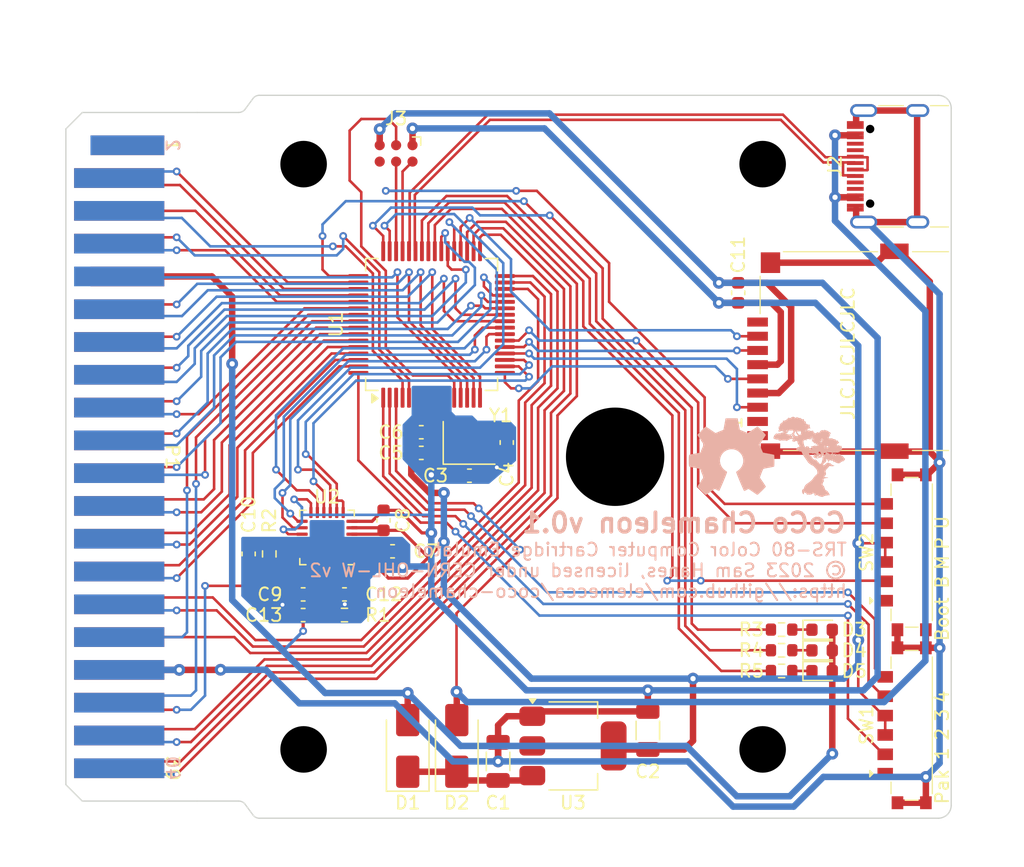
<source format=kicad_pcb>
(kicad_pcb (version 20240108) (generator "pcbnew") (generator_version "8.0")
  (title_block (title "CoCo Chameleon - Cartridge Emulator") (date "2023-12-21") (rev "v0.1") (company "© 2023 Sam Hanes, licensed under CERN-OHL-W v2") (comment 1 "https://github.com/elemecca/coco-chameleon"))
  (layers (0 "F.Cu" signal) (31 "B.Cu" signal) (34 "B.Paste" user) (35 "F.Paste" user) (36 "B.SilkS" user "B.Silkscreen") (37 "F.SilkS" user "F.Silkscreen") (38 "B.Mask" user) (39 "F.Mask" user) (44 "Edge.Cuts" user))
  (net 0 "")
  (net 1 "/+5V_IN")
  (net 2 "GND")
  (net 3 "+3V3")
  (net 4 "/OSC_IN")
  (net 5 "/OSC_OUT")
  (net 6 "+5V")
  (net 7 "VBUS")
  (net 9 "/E")
  (net 10 "/Q")
  (net 11 "/SWD_~{RST}")
  (net 12 "/D0")
  (net 13 "/D1")
  (net 14 "/D2")
  (net 15 "/D3")
  (net 16 "/SD_~{CS}")
  (net 17 "/SD_SCLK")
  (net 18 "/SD_MISO")
  (net 19 "/SD_MOSI")
  (net 20 "/D4")
  (net 21 "/D5")
  (net 22 "/A0")
  (net 23 "/A1")
  (net 24 "/A2")
  (net 25 "/A10")
  (net 26 "/A11")
  (net 27 "/A12")
  (net 28 "/A13")
  (net 29 "/A14")
  (net 30 "/A15")
  (net 31 "/D6")
  (net 32 "/D7")
  (net 33 "/USB_DN")
  (net 34 "/USB_DP")
  (net 35 "/SWD_DIO")
  (net 36 "/SWD_CLK")
  (net 37 "/R{slash}~{W}")
  (net 38 "/~{CTS}")
  (net 39 "/~{CART}")
  (net 40 "/~{NMI}")
  (net 41 "/~{HALT}")
  (net 42 "/~{RESET}")
  (net 43 "/A3")
  (net 44 "/A4")
  (net 45 "/A5")
  (net 46 "/A6")
  (net 47 "/A7")
  (net 48 "/A8")
  (net 49 "/A9")
  (net 50 "/~{SCS}")
  (net 55 "Net-(U2-MOUT)")
  (net 56 "/SND")
  (net 57 "Net-(U2-VREF)")
  (net 58 "Net-(U2-AUX)")
  (net 59 "Net-(U2-MICBIAS)")
  (net 60 "/I2C_SDA")
  (net 61 "/I2C_SCL")
  (net 62 "/LED_B")
  (net 63 "/LED_R")
  (net 64 "/LED_G")
  (net 74 "Net-(D3-K)")
  (net 75 "Net-(D4-K)")
  (net 76 "Net-(D5-K)")
  (net 77 "/~{SLENB}")
  (net 78 "/PAK_2")
  (net 79 "/PAK_3")
  (net 80 "/PAK_4")
  (net 81 "/BOOT_M")
  (net 82 "/BOOT_P")
  (net 84 "/I2S_CK")
  (net 85 "/I2S_SD")
  (net 86 "/I2S_MCK")
  (net 87 "/I2S_WS")
  (footprint "0Project:JLC_ToolingHole" (layer "F.Cu") (at 173.5 126.5)
    (property "Reference" "REF**" (hide yes))
    (property "Value" "JLC_ToolingHole" (hide yes))
  )
  (footprint "LED_SMD:LED_0603_1608Metric" (layer "F.Cu") (at 170 113.4)
    (property "Reference" "D3")
    (property "Value" "KT-0603R" (hide yes))
  )
  (footprint "Capacitor_SMD:C_0603_1608Metric" (layer "F.Cu") (at 145.571 98.897 -90)
    (property "Reference" "C4")
    (property "Value" "18p")
  )
  (footprint "Capacitor_SMD:C_0603_1608Metric" (layer "F.Cu") (at 136.025 104.925 90)
    (property "Reference" "C8")
    (property "Value" "4u7")
  )
  (footprint "0Project:K3-1410S" (layer "F.Cu") (at 176.4965 120.8)
    (property "Reference" "SW1")
    (property "Value" "K3-1410S")
  )
  (footprint "Diode_SMD:D_SMA" (layer "F.Cu") (at 137.9 122.4 90)
    (property "Reference" "D1")
    (property "Value" "SS14")
  )
  (footprint "Capacitor_SMD:C_0603_1608Metric" (layer "F.Cu") (at 125.575 107.525 -90)
    (property "Reference" "C10")
    (property "Value" "1u")
  )
  (footprint "Capacitor_SMD:C_0603_1608Metric" (layer "F.Cu") (at 138.95 99.7)
    (property "Reference" "C5")
    (property "Value" "4u7")
  )
  (footprint "Capacitor_SMD:C_1206_3216Metric" (layer "F.Cu") (at 144.9 123.6 90)
    (property "Reference" "C1")
    (property "Value" "22u")
  )
  (footprint "Diode_SMD:D_SMA" (layer "F.Cu") (at 141.7 122.4 90)
    (property "Reference" "D2")
    (property "Value" "SS14")
  )
  (footprint "Package_TO_SOT_SMD:SOT-223-3_TabPin2" (layer "F.Cu") (at 150.7 122.4)
    (property "Reference" "U3")
    (property "Value" "AMS1117-3.3")
  )
  (footprint "LED_SMD:LED_0603_1608Metric" (layer "F.Cu") (at 170 115)
    (property "Reference" "D4")
    (property "Value" "19-217/GHC-YR1S2/3T" (hide yes))
  )
  (footprint "0Project:JLC_ToolingHole" (layer "F.Cu") (at 127 126.5)
    (property "Reference" "REF**" (hide yes))
    (property "Value" "JLC_ToolingHole" (hide yes))
  )
  (footprint "Connector:Tag-Connect_TC2030-IDC-NL_2x03_P1.27mm_Vertical" (layer "F.Cu") (at 137 76.5 180)
    (property "Reference" "J3")
    (property "Value" "TC2030-NL")
  )
  (footprint "0Project:CoCo_MountingHole" (layer "F.Cu") (at 129.835 77.3305)
    (property "Reference" "MH1" (hide yes))
    (property "Value" "CoCo_MountingHole" (hide yes))
  )
  (footprint "Capacitor_SMD:C_0603_1608Metric" (layer "F.Cu") (at 136.725 107.325)
    (property "Reference" "C7")
    (property "Value" "4u7")
  )
  (footprint "Resistor_SMD:R_0603_1608Metric" (layer "F.Cu") (at 166.8625 116.59)
    (property "Reference" "R5")
    (property "Value" "150R")
  )
  (footprint "0Project:CoCo_MountingHole" (layer "F.Cu") (at 165.39374 77.3305)
    (property "Reference" "MH1" (hide yes))
    (property "Value" "CoCo_MountingHole" (hide yes))
  )
  (footprint "Capacitor_SMD:C_0603_1608Metric" (layer "F.Cu") (at 129.8 112.2625)
    (property "Reference" "C13")
    (property "Value" "1u")
  )
  (footprint "Capacitor_SMD:C_0603_1608Metric" (layer "F.Cu") (at 163.5 87.3 90)
    (property "Reference" "C11")
    (property "Value" "4u7")
  )
  (footprint "Capacitor_SMD:C_1206_3216Metric" (layer "F.Cu") (at 156.5 121.2 90)
    (property "Reference" "C2")
    (property "Value" "22u")
  )
  (footprint "Resistor_SMD:R_0603_1608Metric" (layer "F.Cu") (at 127.175 107.525 -90)
    (property "Reference" "R2")
    (property "Value" "100k")
  )
  (footprint "0Project:JLC_ToolingHole" (layer "F.Cu") (at 127 73.5)
    (property "Reference" "REF**" (hide yes))
    (property "Value" "JLC_ToolingHole" (hide yes))
  )
  (footprint "Crystal:Crystal_SMD_3225-4Pin_3.2x2.5mm" (layer "F.Cu") (at 142.65 98.925)
    (property "Reference" "Y1")
    (property "Value" "X322516MLB4SI")
  )
  (footprint "Capacitor_SMD:C_0603_1608Metric" (layer "F.Cu") (at 142.678 101.465)
    (property "Reference" "C3")
    (property "Value" "18p")
  )
  (footprint "0Project:CoCo_Cart" (layer "F.Cu") (at 111.42 100 -90)
    (property "Reference" "P1")
    (property "Value" "Card Edge" (hide yes))
    (fp_line (start -25.4 0) (end 25.4 0) (stroke (width 0.1)) (layer "Edge.Cuts"))
    (fp_line (start -25.4 0) (end -26.67 -1.27) (stroke (width 0.1)) (layer "Edge.Cuts"))
    (fp_line (start 25.4 0) (end 26.67 -1.27) (stroke (width 0.1)) (layer "Edge.Cuts"))
    (fp_line (start -26.67 -1.27) (end -26.67 -10.16) (stroke (width 0.1)) (layer "Edge.Cuts"))
    (fp_line (start 26.67 -1.27) (end 26.67 -10.16) (stroke (width 0.1)) (layer "Edge.Cuts"))
  )
  (footprint "0Project:CoCo_MountingHole" (layer "F.Cu") (at 129.835 122.6695)
    (property "Reference" "MH2" (hide yes))
    (property "Value" "CoCo_MountingHole" (hide yes))
  )
  (footprint "0Project:CoCo_ClearanceHole" (layer "F.Cu") (at 153.965 100)
    (property "Reference" "MH5" (hide yes))
    (property "Value" "CoCo_ClearanceHole" (hide yes))
  )
  (footprint "Capacitor_SMD:C_0603_1608Metric" (layer "F.Cu") (at 138.95 98.1)
    (property "Reference" "C6")
    (property "Value" "100n")
  )
  (footprint "Resistor_SMD:R_0603_1608Metric" (layer "F.Cu") (at 166.8625 114.99)
    (property "Reference" "R4")
    (property "Value" "120R")
  )
  (footprint "0Project:K3-1410S" (layer "F.Cu") (at 176.4965 107.4)
    (property "Reference" "SW2")
    (property "Value" "K3-1410S")
  )
  (footprint "0Project:HC-TYPE-C-16P-01B" (layer "F.Cu") (at 174.746 77.5 90)
    (property "Reference" "J2")
    (property "Value" "HC-TYPE-C-16P-01B")
  )
  (footprint "LED_SMD:LED_0603_1608Metric" (layer "F.Cu") (at 170 116.6)
    (property "Reference" "D5")
    (property "Value" "19-217/BHC-ZL1M2RY/3T" (hide yes))
  )
  (footprint "Resistor_SMD:R_0603_1608Metric" (layer "F.Cu") (at 166.8625 113.39)
    (property "Reference" "R3")
    (property "Value" "220R")
  )
  (footprint "Resistor_SMD:R_0603_1608Metric" (layer "F.Cu") (at 133 112.2625 180)
    (property "Reference" "R1")
    (property "Value" "100k")
  )
  (footprint "Package_DFN_QFN:VQFN-24-1EP_4x4mm_P0.5mm_EP2.5x2.5mm" (layer "F.Cu") (at 131.65 106.25 180)
    (property "Reference" "U2")
    (property "Value" "NAU8814Y")
  )
  (footprint "Package_QFP:LQFP-64_10x10mm_P0.5mm" (layer "F.Cu") (at 139.75 89.75 90)
    (property "Reference" "U1")
    (property "Value" "STM32G0B0RETx")
  )
  (footprint "0Project:XUNPU_TF-115-BCP9" (layer "F.Cu") (at 170.3 91.815 90)
    (property "Reference" "J1")
    (property "Value" "TF-115-BCP9")
  )
  (footprint "Capacitor_SMD:C_0603_1608Metric" (layer "F.Cu") (at 129.8 110.6625 180)
    (property "Reference" "C9")
    (property "Value" "4u7")
  )
  (footprint "0Project:CoCo_MountingHole" (layer "F.Cu") (at 165.39374 122.6695)
    (property "Reference" "MH1" (hide yes))
    (property "Value" "CoCo_MountingHole" (hide yes))
  )
  (footprint "Capacitor_SMD:C_0603_1608Metric" (layer "F.Cu") (at 133 110.6625)
    (property "Reference" "C12")
    (property "Value" "4u7")
  )
  (footprint "Symbol:OSHW-Symbol_6.7x6mm_SilkScreen" (layer "B.Cu") (at 163 100 180)
    (property "Reference" "G2" (hide yes))
    (property "Value" "OSHW-Symbol_6.7x6mm_SilkScreen" (hide yes))
  )
  (footprint "0Project:Symbol_Bonsai_6.7mm" (layer "B.Cu") (at 169 100 180)
    (property "Reference" "G1" (hide yes))
    (property "Value" "LOGO" (hide yes))
  )
  (gr_line (start 121.58 73.33) (end 124.8 73.33) (stroke (width 0.1)) (layer "Edge.Cuts"))
  (gr_line (start 126.399751 71.999804) (end 179 72) (stroke (width 0.1)) (layer "Edge.Cuts"))
  (gr_line (start 124.800249 126.669804) (end 121.58 126.67) (stroke (width 0.1)) (layer "Edge.Cuts"))
  (gr_arc (start 125.291946 73.09356) (mid 125.072908 73.267822) (end 124.8 73.33) (stroke (width 0.1)) (layer "Edge.Cuts"))
  (gr_arc (start 126.4 128) (mid 126.140087 127.940782) (end 125.931479 127.774818) (stroke (width 0.1)) (layer "Edge.Cuts"))
  (gr_arc (start 179 72) (mid 179.707107 72.292893) (end 180 73) (stroke (width 0.1)) (layer "Edge.Cuts"))
  (gr_line (start 125.291946 73.09356) (end 125.93097 72.224778) (stroke (width 0.1)) (layer "Edge.Cuts"))
  (gr_arc (start 125.93123 72.224986) (mid 126.139839 72.059024) (end 126.399751 71.999804) (stroke (width 0.1)) (layer "Edge.Cuts"))
  (gr_arc (start 180 127) (mid 179.707107 127.707107) (end 179 128) (stroke (width 0.1)) (layer "Edge.Cuts"))
  (gr_line (start 180 73) (end 180 127) (stroke (width 0.1)) (layer "Edge.Cuts"))
  (gr_line (start 126.4 128) (end 179 128) (stroke (width 0.1)) (layer "Edge.Cuts"))
  (gr_line (start 125.292195 126.906244) (end 125.931479 127.774818) (stroke (width 0.1)) (layer "Edge.Cuts"))
  (gr_arc (start 124.800249 126.669804) (mid 125.073157 126.731982) (end 125.292195 126.906244) (stroke (width 0.1)) (layer "Edge.Cuts"))
  (gr_text "CoCo Chameleon ${REVISION}" (at 172 106 0) (layer "B.SilkS") (effects (font (size 1.5 1.5) (thickness 0.3) (bold yes)) (justify left bottom mirror)))
  (gr_text "TRS-80 Color Computer Cartridge Emulator\n${COMPANY}\n${COMMENT1}" (at 172 111 0) (layer "B.SilkS") (effects (font (size 1 1)) (justify left bottom mirror)))
  (gr_text "Pak" (at 179.3 124.1 90) (layer "F.SilkS") (effects (font (size 1 1)) (justify right)))
  (gr_text "2" (at 179.3 121.5 90) (layer "F.SilkS") (effects (font (size 1 1))))
  (gr_text "Boot" (at 179.3 110.8 90) (layer "F.SilkS") (effects (font (size 1 1)) (justify right)))
  (gr_text "1" (at 179.3 123 90) (layer "F.SilkS") (effects (font (size 1 1))))
  (gr_text "3" (at 179.3 120 90) (layer "F.SilkS") (effects (font (size 1 1))))
  (gr_text "U" (at 179.3 105.1 90) (layer "F.SilkS") (effects (font (size 1 1))))
  (gr_text "M" (at 179.3 108.2 90) (layer "F.SilkS") (effects (font (size 1 1))))
  (gr_text "P" (at 179.3 106.7 90) (layer "F.SilkS") (effects (font (size 1 1))))
  (gr_text "4" (at 179.3 118.6 90) (layer "F.SilkS") (effects (font (size 1 1))))
  (gr_text "B" (at 179.3 109.7 90) (layer "F.SilkS") (effects (font (size 1 1))))
  (gr_text "JLCJLCJLCJLC" (at 172 92 90) (layer "F.SilkS") (effects (font (size 1 1))))
  (segment (start 144.9 125.075) (end 142.375 125.075) (width 0.5) (layer "F.Cu") (net 1))
  (segment (start 137.9 124.4) (end 141.7 124.4) (width 0.5) (layer "F.Cu") (net 1))
  (segment (start 142.375 125.075) (end 141.7 124.4) (width 0.5) (layer "F.Cu") (net 1))
  (segment (start 144.9 125.075) (end 147.175 125.075) (width 0.5) (layer "F.Cu") (net 1))
  (segment (start 147.175 125.075) (end 147.55 124.7) (width 0.5) (layer "F.Cu") (net 1))
  (segment (start 133.025 111.4125) (end 133.775 110.6625) (width 0.3) (layer "F.Cu") (net 2))
  (segment (start 129.7125 106) (end 128.652178 106) (width 0.2) (layer "F.Cu") (net 2))
  (segment (start 140 97.825) (end 139.725 98.1) (width 0.3) (layer "F.Cu") (net 2))
  (segment (start 165 95.065) (end 166.635 95.065) (width 0.5) (layer "F.Cu") (net 2))
  (segment (start 130.1 103.3) (end 130.4 103.6) (width 0.2) (layer "F.Cu") (net 2))
  (segment (start 129.2 107.5) (end 129.7125 107.5) (width 0.25) (layer "F.Cu") (net 2))
  (segment (start 175.8375 114.8) (end 178.0375 114.8) (width 0.5) (layer "F.Cu") (net 2))
  (segment (start 172.635 81.62) (end 172.635 80.85) (width 0.5) (layer "F.Cu") (net 2))
  (segment (start 137.25 104.15) (end 136.025 104.15) (width 0.25) (layer "F.Cu") (net 2))
  (segment (start 166.035 99.6) (end 166 99.565) (width 0.5) (layer "F.Cu") (net 2))
  (segment (start 173.21 73.18) (end 177.36 73.18) (width 0.5) (layer "F.Cu") (net 2))
  (segment (start 137.5 107.325) (end 136.675 106.5) (width 0.25) (layer "F.Cu") (net 2))
  (segment (start 123.39 116.51) (end 123.4 116.5) (width 0.5) (layer "F.Cu") (net 2))
  (segment (start 129 110.6625) (end 129.025 110.6625) (width 0.25) (layer "F.Cu") (net 2))
  (segment (start 174.235 84.965) (end 166 84.965) (width 0.5) (layer "F.Cu") (net 2))
  (segment (start 143.453 100.072) (end 143.75 99.775) (width 0.2) (layer "F.Cu") (net 2))
  (segment (start 136.675 106.5) (end 133.5875 106.5) (width 0.25) (layer "F.Cu") (net 2))
  (segment (start 143.853 99.672) (end 143.75 99.775) (width 0.2) (layer "F.Cu") (net 2))
  (segment (start 129.025 107.675) (end 129.2 107.5) (width 0.25) (layer "F.Cu") (net 2))
  (segment (start 139 105.9) (end 137.25 104.15) (width 0.25) (layer "F.Cu") (net 2))
  (segment (start 179.1 100.3567) (end 178.3433 99.6) (width 0.5) (layer "F.Cu") (net 2))
  (segment (start 179.1 100.4433) (end 178.1433 101.4) (width 0.5) (layer "F.Cu") (net 2))
  (segment (start 166.635 95.065) (end 167.6 94.1) (width 0.5) (layer "F.Cu") (net 2))
  (segment (start 178.0375 124.8) (end 178.0375 126.8) (width 0.5) (layer "F.Cu") (net 2))
  (segment (start 178.3433 99.6) (end 166.035 99.6) (width 0.5) (layer "F.Cu") (net 2))
  (segment (start 145.571 99.672) (end 143.853 99.672) (width 0.2) (layer "F.Cu") (net 2))
  (segment (start 175.8375 126.8) (end 178.0375 126.8) (width 0.5) (layer "F.Cu") (net 2))
  (segment (start 130.4 103.6) (end 130.4 104.3125) (width 0.2) (layer "F.Cu") (net 2))
  (segment (start 175.6 84.085) (end 175.115 84.085) (width 0.5) (layer "F.Cu") (net 2))
  (segment (start 129 108.225) (end 129.025 108.2) (width 0.2) (layer "F.Cu") (net 2))
  (segment (start 167.6 88.4) (end 165.725 86.525) (width 0.5) (layer "F.Cu") (net 2))
  (segment (start 141.55 98.075) (end 141.778 98.075) (width 0.3) (layer "F.Cu") (net 2))
  (segment (start 175.115 84.085) (end 174.235 84.965) (width 0.5) (layer "F.Cu") (net 2))
  (segment (start 178.3433 86.4433) (end 178.3433 99.6) (width 0.5) (layer "F.Cu") (net 2))
  (segment (start 172.835 81.82) (end 172.635 81.62) (width 0.5) (layer "F.Cu") (net 2))
  (segment (start 135.1375 105) (end 133.5875 105) (width 0.25) (layer "F.Cu") (net 2))
  (segment (start 141.778 98.075) (end 142.7515 99.0485) (width 0.3) (layer "F.Cu") (net 2))
  (segment (start 175.985 84.085) (end 178.3433 86.4433) (width 0.5) (layer "F.Cu") (net 2))
  (segment (start 144.9 123.6) (end 144.9 122.125) (width 0.5) (layer "F.Cu") (net 2))
  (segment (start 147.925 119.725) (end 147.55 120.1) (width 0.5) (layer "F.Cu") (net 2))
  (segment (start 143.478 99.775) (end 143.75 99.775) (width 0.3) (layer "F.Cu") (net 2))
  (segment (start 136 104.225) (end 135.9125 104.225) (width 0.25) (layer "F.Cu") (net 2))
  (segment (start 173.21 81.82) (end 172.835 81.82) (width 0.5) (layer "F.Cu") (net 2))
  (segment (start 128.652178 106) (end 128.276089 105.623911) (width 0.2) (layer "F.Cu") (net 2))
  (segment (start 139.725 101.4) (end 139.725 99.7) (width 0.5) (layer "F.Cu") (net 2))
  (segment (start 175.6 84.085) (end 175.985 84.085) (width 0.5) (layer "F.Cu") (net 2))
  (segment (start 177.7275 81.82) (end 177.36 81.82) (width 0.5) (layer "F.Cu") (net 2))
  (segment (start 139.725 99.7) (end 139.725 98.1) (width 0.5) (layer "F.Cu") (net 2))
  (segment (start 115.484 116.51) (end 120.2 116.51) (width 0.5) (layer "F.Cu") (net 2))
  (segment (start 129.1 103.3) (end 130.1 103.3) (width 0.2) (layer "F.Cu") (net 2))
  (segment (start 137.5 108.5) (end 137.5 107.325) (width 0.5) (layer "F.Cu") (net 2))
  (segment (start 178.0375 113.4) (end 178.0375 114.8) (width 0.5) (layer "F.Cu") (net 2))
  (segment (start 156.575 119.8) (end 156.5 119.725) (width 0.5) (layer "F.Cu") (net 2))
  (segment (start 140 95.425) (end 140 97.825) (width 0.3) (layer "F.Cu") (net 2))
  (segment (start 144.9 120.8) (end 145.6 120.1) (width 0.5) (layer "F.Cu") (net 2))
  (segment (start 167.6 94.1) (end 167.6 88.4) (width 0.5) (layer "F.Cu") (net 2))
  (segment (start 128.2 111.4625) (end 129 110.6625) (width 0.25) (layer "F.Cu") (net 2))
  (segment (start 141.878 98.075) (end 141.55 98.075) (width 0.3) (layer "F.Cu") (net 2))
  (segment (start 133.5875 106.5) (end 131.9 106.5) (width 0.25) (layer "F.Cu") (net 2))
  (segment (start 133.025 111.425) (end 133.025 111.4125) (width 0.3) (layer "F.Cu") (net 2))
  (segment (start 129.025 108.2) (end 129.025 107.675) (width 0.25) (layer "F.Cu") (net 2))
  (segment (start 178.1433 101.4) (end 178.0375 101.4) (width 0.5) (layer "F.Cu") (net 2))
  (segment (start 135.73 74.6217) (end 135.73 75.865) (width 0.5) (layer "F.Cu") (net 2))
  (segment (start 156.5 119.725) (end 147.925 119.725) (width 0.5) (layer "F.Cu") (net 2))
  (segment (start 156.5 118.0933) (end 156.5 119.725) (width 0.5) (layer "F.Cu") (net 2))
  (segment (start 179.1 100.4433) (end 179.1 100.3567) (width 0.5) (layer "F.Cu") (net 2))
  (segment (start 135.9125 104.225) (end 135.1375 105) (width 0.25) (layer "F.Cu") (net 2))
  (segment (start 143.453 101.465) (end 143.453 100.072) (width 0.2) (layer "F.Cu") (net 2))
  (segment (start 145.6 120.1) (end 147.55 120.1) (width 0.5) (layer "F.Cu") (net 2))
  (segment (start 179.1433 114.8) (end 178.0375 114.8) (width 0.5) (layer "F.Cu") (net 2))
  (segment (start 139.725 105.9) (end 139 105.9) (width 0.25) (layer "F.Cu") (net 2))
  (segment (start 162 86.525) (end 163.5 86.525) (width 0.5) (layer "F.Cu") (net 2))
  (segment (start 172.635 73.18) (end 172.635 74.15) (width 0.5) (layer "F.Cu") (net 2))
  (segment (start 127.175 108.225) (end 129 108.225) (width 0.2) (layer "F.Cu") (net 2))
  (segment (start 177.36 81.82) (end 177.36 73.18) (width 0.5) (layer "F.Cu") (net 2))
  (segment (start 120.2 116.51) (end 123.39 116.51) (width 0.5) (layer "F.Cu") (net 2))
  (segment (start 175.8375 113.4) (end 175.8375 114.8) (width 0.5) (layer "F.Cu") (net 2))
  (segment (start 144.9 123.6) (end 144.9 120.8) (width 0.5) (layer "F.Cu") (net 2))
  (segment (start 165.725 86.525) (end 163.5 86.525) (width 0.5) (layer "F.Cu") (net 2))
  (segment (start 142.7515 99.0485) (end 143.478 99.775) (width 0.3) (layer "F.Cu") (net 2))
  (segment (start 175.8375 101.4) (end 178.0375 101.4) (width 0.5) (layer "F.Cu") (net 2))
  (segment (start 144.8 100.825) (end 143.75 99.775) (width 0.3) (layer "F.Cu") (net 2))
  (segment (start 173.21 81.82) (end 177.36 81.82) (width 0.5) (layer "F.Cu") (net 2))
  (segment (start 173.21 73.18) (end 172.635 73.18) (width 0.5) (layer "F.Cu") (net 2))
  (segment (start 129.025 110.6625) (end 129.025 108.2) (width 0.25) (layer "F.Cu") (net 2))
  (via (at 139.725 101.4) (size 0.9144) (drill 0.4064) (layers "F.Cu" "B.Cu") (net 2))
  (via (at 156.5 118.0933) (size 0.9144) (drill 0.4064) (layers "F.Cu" "B.Cu") (net 2))
  (via (at 128.276089 105.623911) (size 0.6) (drill 0.3) (layers "F.Cu" "B.Cu") (net 2))
  (via (at 123.4 116.5) (size 0.9144) (drill 0.4064) (layers "F.Cu" "B.Cu") (net 2))
  (via (at 139.725 105.9) (size 0.9144) (drill 0.4064) (layers "F.Cu" "B.Cu") (net 2))
  (via (at 135.73 74.6217) (size 0.9144) (drill 0.4064) (layers "F.Cu" "B.Cu") (net 2))
  (via (at 120.2 116.51) (size 0.9144) (drill 0.4064) (layers "F.Cu" "B.Cu") (net 2))
  (via (at 179.1 114.8) (size 0.9144) (drill 0.4064) (layers "F.Cu" "B.Cu") (net 2))
  (via (at 144.9 123.6) (size 0.9144) (drill 0.4064) (layers "F.Cu" "B.Cu") (net 2))
  (via (at 129.1 103.3) (size 0.6) (drill 0.3) (layers "F.Cu" "B.Cu") (net 2))
  (via (at 179.1 100.4433) (size 0.9144) (drill 0.4064) (layers "F.Cu" "B.Cu") (net 2))
  (via (at 137.5 108.5) (size 0.9144) (drill 0.4064) (layers "F.Cu" "B.Cu") (net 2))
  (via (at 162 86.525) (size 0.9144) (drill 0.4064) (layers "F.Cu" "B.Cu") (net 2))
  (via (at 133.025 111.425) (size 0.6) (drill 0.3) (layers "F.Cu" "B.Cu") (net 2))
  (via (at 144.8 100.825) (size 0.6) (drill 0.3) (layers "F.Cu" "B.Cu") (net 2))
  (via (at 178.0375 124.8) (size 0.9144) (drill 0.4064) (layers "F.Cu" "B.Cu") (net 2))
  (via (at 128.2 111.4625) (size 0.6) (drill 0.3) (layers "F.Cu" "B.Cu") (net 2))
  (segment (start 129.5 119.1) (end 126.9 116.5) (width 0.5) (layer "B.Cu") (net 2))
  (segment (start 159.605025 123.6) (end 144.9 123.6) (width 0.5) (layer "B.Cu") (net 2))
  (segment (start 137.5 108.5) (end 139.725 108.5) (width 0.5) (layer "B.Cu") (net 2))
  (segment (start 141.4 123.6) (end 136.9 119.1) (width 0.5) (layer "B.Cu") (net 2))
  (segment (start 178.0375 124.8) (end 170.1 124.8) (width 0.5) (layer "B.Cu") (net 2))
  (segment (start 179.1 123.7375) (end 178.0375 124.8) (width 0.5) (layer "B.Cu") (net 2))
  (segment (start 163.105025 127.1) (end 159.605025 123.6) (width 0.5) (layer "B.Cu") (net 2))
  (segment (start 179.1 100.4433) (end 179.1 87.4) (width 0.5) (layer "B.Cu") (net 2))
  (segment (start 170.1 124.8) (end 167.8 127.1) (width 0.5) (layer "B.Cu") (net 2))
  (segment (start 179.1 100.4433) (end 179.1 123.7375) (width 0.5) (layer "B.Cu") (net 2))
  (segment (start 173.2067 118.0933) (end 174.3 117) (width 0.5) (layer "B.Cu") (net 2))
  (segment (start 174.3 90.8) (end 170.025 86.525) (width 0.5) (layer "B.Cu") (net 2))
  (segment (start 139.725 104.5) (end 139.725 105.9) (width 0.5) (layer "B.Cu") (net 2))
  (segment (start 147.0933 118.0933) (end 139.725 110.725) (width 0.5) (layer "B.Cu") (net 2))
  (segment (start 129.7 103.9) (end 129.1 103.3) (width 0.2) (layer "B.Cu") (net 2))
  (segment (start 115.484 116.51) (end 120.2 116.51) (width 0.5) (layer "B.Cu") (net 2))
  (segment (start 156.5 118.0933) (end 173.2067 118.0933) (width 0.5) (layer "B.Cu") (net 2))
  (segment (start 173.52 81.82) (end 173.21 81.82) (width 0.5) (layer "B.Cu") (net 2))
  (segment (start 128.276089 105.623911) (end 129.176089 105.623911) (width 0.2) (layer "B.Cu") (net 2))
  (segment (start 156.5 118.0933) (end 147.0933 118.0933) (width 0.5) (layer "B.Cu") (net 2))
  (segment (start 179.1 87.4) (end 173.52 81.82) (width 0.5) (layer "B.Cu") (net 2))
  (segment (start 144.9 123.6) (end 141.4 123.6) (width 0.5) (layer "B.Cu") (net 2))
  (segment (start 129.7 103.9) (end 129.7 104.5) (width 0.2) (layer "B.Cu") (net 2))
  (segment (start 136.9 119.1) (end 129.5 119.1) (width 0.5) (layer "B.Cu") (net 2))
  (segment (start 129.7 104.5) (end 139.725 104.5) (width 0.2) (layer "B.Cu") (net 2))
  (segment (start 136.9517 73.4) (end 135.73 74.6217) (width 0.5) (layer "B.Cu") (net 2))
  (segment (start 129.176089 105.623911) (end 129.7 105.1) (width 0.2) (layer "B.Cu") (net 2))
  (segment (start 174.3 117) (end 174.3 90.8) (width 0.5) (layer "B.Cu") (net 2))
  (segment (start 139.725 105.9) (end 139.725 108.5) (width 0.5) (layer "B.Cu") (net 2))
  (segment (start 139.725 110.725) (end 139.725 108.5) (width 0.5) (layer "B.Cu") (net 2))
  (segment (start 129.7 105.1) (end 129.7 103.9) (width 0.2) (layer "B.Cu") (net 2))
  (segment (start 162 86.525) (end 148.875 73.4) (width 0.5) (layer "B.Cu") (net 2))
  (segment (start 126.9 116.5) (end 123.4 116.5) (width 0.5) (layer "B.Cu") (net 2))
  (segment (start 170.025 86.525) (end 162 86.525) (width 0.5) (layer "B.Cu") (net 2))
  (segment (start 139.725 101.4) (end 139.725 104.5) (width 0.5) (layer "B.Cu") (net 2))
  (segment (start 148.875 73.4) (end 136.9517 73.4) (width 0.5) (layer "B.Cu") (net 2))
  (segment (start 167.8 127.1) (end 163.105025 127.1) (width 0.5) (layer "B.Cu") (net 2))
  (segment (start 137.9 109.4) (end 139.65 107.65) (width 0.25) (layer "F.Cu") (net 3))
  (segment (start 160 117.1866) (end 160 122) (width 0.5) (layer "F.Cu") (net 3))
  (segment (start 172.8 114.2) (end 172.8 118.1) (width 0.2) (layer "F.Cu") (net 3))
  (segment (start 166.535 92.865) (end 166.8 92.6) (width 0.5) (layer "F.Cu") (net 3))
  (segment (start 136.025 105.7) (end 137.4 105.7) (width 0.25) (layer "F.Cu") (net 3))
  (segment (start 166.8 92.6) (end 166.8 88.8) (width 0.5) (layer "F.Cu") (net 3))
  (segment (start 162 88.075) (end 163.5 88.075) (width 0.5) (layer "F.Cu") (net 3))
  (segment (start 140.7 102.8) (end 139.6 102.8) (width 0.5) (layer "F.Cu") (net 3))
  (segment (start 139 97.25) (end 139 96.7) (width 0.3) (layer "F.Cu") (net 3))
  (segment (start 166.075 88.075) (end 163.5 88.075) (width 0.5) (layer "F.Cu") (net 3))
  (segment (start 135.95 107.325) (end 135.95 108.95) (width 0.25) (layer "F.Cu") (net 3))
  (segment (start 135.95 108.95) (end 136.4 109.4) (width 0.25) (layer "F.Cu") (net 3))
  (segment (start 133.5875 106) (end 135.775 106) (width 0.25) (layer "F.Cu") (net 3))
  (segment (start 139 95.425) (end 139 96.7) (width 0.3) (layer "F.Cu") (net 3))
  (segment (start 156.5 122.675) (end 154.125 122.675) (width 0.5) (layer "F.Cu") (net 3))
  (segment (start 174.8375 106.7) (end 172.8 106.7) (width 0.2) (layer "F.Cu") (net 3))
  (segment (start 136.4 109.4) (end 137.9 109.4) (width 0.25) (layer "F.Cu") (net 3))
  (segment (start 138.5 96.7) (end 138.5 95.425) (width 0.3) (layer "F.Cu") (net 3))
  (segment (start 138.27 74.565) (end 138.27 75.865) (width 0.5) (layer "F.Cu") (net 3))
  (segment (start 174.75 120.05) (end 174.8875 120.05) (width 0.2) (layer "F.Cu") (net 3))
  (segment (start 166.8 88.8) (end 166.075 88.075) (width 0.5) (layer "F.Cu") (net 3))
  (segment (start 136.025 105.75) (end 136.025 105.7) (width 0.25) (layer "F.Cu") (net 3))
  (segment (start 139.6 102.8) (end 138.175 101.375) (width 0.5) (layer "F.Cu") (net 3))
  (segment (start 138.175 99.7) (end 138.175 98.1) (width 0.5) (layer "F.Cu") (net 3))
  (segment (start 139.5 96.7) (end 139.5 95.425) (width 0.3) (layer "F.Cu") (net 3))
  (segment (start 139 96.7) (end 139.5 96.7) (width 0.3) (layer "F.Cu") (net 3))
  (segment (start 174.8875 121.55) (end 174.8875 120.05) (width 0.2) (layer "F.Cu") (net 3))
  (segment (start 139 96.7) (end 138.5 96.7) (width 0.3) (layer "F.Cu") (net 3))
  (segment (start 139.65 107.65) (end 140.7 106.6) (width 0.25) (layer "F.Cu") (net 3))
  (segment (start 154.125 122.675) (end 153.85 122.4) (width 0.5) (layer "F.Cu") (net 3))
  (segment (start 135.775 106) (end 136.025 105.75) (width 0.25) (layer "F.Cu") (net 3))
  (segment (start 174.8875 119.83) (end 174.75875 119.83) (width 0.2) (layer "F.Cu") (net 3))
  (segment (start 137.4 105.7) (end 139.35 107.65) (width 0.25) (layer "F.Cu") (net 3))
  (segment (start 135.95 107.325) (end 135.625 107) (width 0.25) (layer "F.Cu") (net 3))
  (segment (start 174.8375 106.7) (end 174.8875 106.65) (width 0.5) (layer "F.Cu") (net 3))
  (segment (start 135.625 107) (end 133.5875 107) (width 0.25) (layer "F.Cu") (net 3))
  (segment (start 165 92.865) (end 166.535 92.865) (width 0.5) (layer "F.Cu") (net 3))
  (segment (start 138.175 101.375) (end 138.175 99.7) (width 0.5) (layer "F.Cu") (net 3))
  (segment (start 138.175 98.1) (end 138.175 98.075) (width 0.3) (layer "F.Cu") (net 3))
  (segment (start 174.8875 108.15) (end 174.8875 106.65) (width 0.2) (layer "F.Cu") (net 3))
  (segment (start 159.325 122.675) (end 156.5 122.675) (width 0.5) (layer "F.Cu") (net 3))
  (segment (start 139.35 107.65) (end 139.65 107.65) (width 0.25) (layer "F.Cu") (net 3))
  (segment (start 138.175 98.075) (end 139 97.25) (width 0.3) (layer "F.Cu") (net 3))
  (segment (start 160 122) (end 159.325 122.675) (width 0.5) (layer "F.Cu") (net 3))
  (segment (start 135.825 105.5) (end 133.5875 105.5) (width 0.25) (layer "F.Cu") (net 3))
  (segment (start 172.8 118.1) (end 174.75 120.05) (width 0.2) (layer "F.Cu") (net 3))
  (segment (start 136.025 105.7) (end 135.825 105.5) (width 0.25) (layer "F.Cu") (net 3))
  (segment (start 147.55 122.4) (end 153.85 122.4) (width 0.5) (layer "F.Cu") (net 3))
  (via (at 160 117.1866) (size 0.9144) (drill 0.4064) (layers "F.Cu" "B.Cu") (net 3))
  (via (at 172.8 114.2) (size 0.9144) (drill 0.4064) (layers "F.Cu" "B.Cu") (net 3))
  (via (at 172.8 106.7) (size 0.9144) (drill 0.4064) (layers "F.Cu" "B.Cu") (net 3))
  (via (at 140.7 102.8) (size 0.9144) (drill 0.4064) (layers "F.Cu" "B.Cu") (net 3))
  (via (at 140.7 106.6) (size 0.9144) (drill 0.4064) (layers "F.Cu" "B.Cu") (net 3))
  (via (at 162 88.075) (size 0.9144) (drill 0.4064) (layers "F.Cu" "B.Cu") (net 3))
  (via (at 138.27 74.565) (size 0.9144) (drill 0.4064) (layers "F.Cu" "B.Cu") (net 3))
  (segment (start 148.49 74.565) (end 138.27 74.565) (width 0.5) (layer "B.Cu") (net 3))
  (segment (start 172.8 114.2) (end 172.8 116.0732) (width 0.5) (layer "B.Cu") (net 3))
  (segment (start 147.4866 117.1866) (end 140.7 110.4) (width 0.5) (layer "B.Cu") (net 3))
  (segment (start 140.7 102.8) (end 140.7 106.6) (width 0.5) (layer "B.Cu") (net 3))
  (segment (start 162 88.075) (end 169.475 88.075) (width 0.5) (layer "B.Cu") (net 3))
  (segment (start 172.8 116.0732) (end 171.6866 117.1866) (width 0.5) (layer "B.Cu") (net 3))
  (segment (start 160 117.1866) (end 147.4866 117.1866) (width 0.5) (layer "B.Cu") (net 3))
  (segment (start 169.475 88.075) (end 172.8 91.4) (width 0.5) (layer "B.Cu") (net 3))
  (segment (start 171.6866 117.1866) (end 160 117.1866) (width 0.5) (layer "B.Cu") (net 3))
  (segment (start 172.8 91.4) (end 172.8 114.2) (width 0.5) (layer "B.Cu") (net 3))
  (segment (start 140.7 110.4) (end 140.7 106.6) (width 0.5) (layer "B.Cu") (net 3))
  (segment (start 162 88.075) (end 148.49 74.565) (width 0.5) (layer "B.Cu") (net 3))
  (segment (start 141.903 100.128) (end 141.55 99.775) (width 0.2) (layer "F.Cu") (net 4))
  (segment (start 141.55 99.775) (end 141.35 99.775) (width 0.2) (layer "F.Cu") (net 4))
  (segment (start 141.45 99.775) (end 140.5 98.825) (width 0.2) (layer "F.Cu") (net 4))
  (segment (start 141.903 101.465) (end 141.903 100.128) (width 0.2) (layer "F.Cu") (net 4))
  (segment (start 141.55 99.775) (end 141.45 99.775) (width 0.2) (layer "F.Cu") (net 4))
  (segment (start 140.5 98.825) (end 140.5 95.425) (width 0.2) (layer "F.Cu") (net 4))
  (segment (start 143.797 98.122) (end 143.75 98.075) (width 0.2) (layer "F.Cu") (net 5))
  (segment (start 142.75 97.097) (end 141.4 97.097) (width 0.2) (layer "F.Cu") (net 5))
  (segment (start 141 96.697) (end 141 95.425) (width 0.2) (layer "F.Cu") (net 5))
  (segment (start 143.75 98.075) (end 143.728 98.075) (width 0.2) (layer "F.Cu") (net 5))
  (segment (start 141.4 97.097) (end 141 96.697) (width 0.2) (layer "F.Cu") (net 5))
  (segment (start 143.728 98.075) (end 142.75 97.097) (width 0.2) (layer "F.Cu") (net 5))
  (segment (start 145.571 98.122) (end 143.797 98.122) (width 0.2) (layer "F.Cu") (net 5))
  (segment (start 170.7875 123) (end 170.7875 116.6) (width 0.5) (layer "F.Cu") (net 6))
  (segment (start 129.8 111.4375) (end 130.575 110.6625) (width 0.25) (layer "F.Cu") (net 6))
  (segment (start 124.3 87.6) (end 122.73 86.03) (width 0.5) (layer "F.Cu") (net 6))
  (segment (start 122.73 86.03) (end 116.119 86.03) (width 0.5) (layer "F.Cu") (net 6))
  (segment (start 124.3 92.8) (end 124.3 87.6) (width 0.5) (layer "F.Cu") (net 6))
  (segment (start 137.9 120.4) (end 137.9 118.3) (width 0.5) (layer "F.Cu") (net 6))
  (segment (start 130.9 110.6625) (end 130.9 108.1875) (width 0.25) (layer "F.Cu") (net 6))
  (segment (start 170.7875 116.6) (end 170.7875 113.4) (width 0.5) (layer "F.Cu") (net 6))
  (segment (start 130.575 110.6625) (end 130.9 110.6625) (width 0.25) (layer "F.Cu") (net 6))
  (segment (start 129.8 113.5) (end 129.8 111.4375) (width 0.25) (layer "F.Cu") (net 6))
  (via (at 129.8 113.5) (size 0.6) (drill 0.3) (layers "F.Cu" "B.Cu") (net 6))
  (via (at 170.7875 123) (size 0.9144) (drill 0.4064) (layers "F.Cu" "B.Cu") (net 6))
  (via (at 137.9 118.3) (size 0.9144) (drill 0.4064) (layers "F.Cu" "B.Cu") (net 6))
  (via (at 124.3 92.8) (size 0.9144) (drill 0.4064) (layers "F.Cu" "B.Cu") (net 6))
  (segment (start 131.5 118.3) (end 137.9 118.3) (width 0.5) (layer "B.Cu") (net 6))
  (segment (start 167.4875 126.3) (end 163.4 126.3) (width 0.5) (layer "B.Cu") (net 6))
  (segment (start 128.25 115.05) (end 131.5 118.3) (width 0.5) (layer "B.Cu") (net 6))
  (segment (start 124.3 92.8) (end 124.3 111.1) (width 0.5) (layer "B.Cu") (net 6))
  (segment (start 129.8 113.5) (end 128.25 115.05) (width 0.25) (layer "B.Cu") (net 6))
  (segment (start 124.3 111.1) (end 128.25 115.05) (width 0.5) (layer "B.Cu") (net 6))
  (segment (start 170.7875 123) (end 167.4875 126.3) (width 0.5) (layer "B.Cu") (net 6))
  (segment (start 163.4 126.3) (end 159.5 122.4) (width 0.5) (layer "B.Cu") (net 6))
  (segment (start 142 122.4) (end 137.9 118.3) (width 0.5) (layer "B.Cu") (net 6))
  (segment (start 159.5 122.4) (end 142 122.4) (width 0.5) (layer "B.Cu") (net 6))
  (segment (start 172.585 79.9) (end 172.635 79.85) (width 0.5) (layer "F.Cu") (net 7))
  (segment (start 171 75.1) (end 172.585 75.1) (width 0.5) (layer "F.Cu") (net 7))
  (segment (start 172.585 75.1) (end 172.635 75.05) (width 0.5) (layer "F.Cu") (net 7))
  (segment (start 171 79.9) (end 172.585 79.9) (width 0.5) (layer "F.Cu") (net 7))
  (segment (start 141.68 112.12) (end 141.68 118.2) (width 0.2) (layer "F.Cu") (net 7))
  (segment (start 139.5 103.6) (end 143 103.6) (width 0.2) (layer "F.Cu") (net 7))
  (segment (start 141.68 118.2) (end 141.7 118.22) (width 0.5) (layer "F.Cu") (net 7))
  (segment (start 141.7 118.22) (end 141.7 120.4) (width 0.5) (layer "F.Cu") (net 7))
  (segment (start 143 103.6) (end 143.4 104) (width 0.2) (layer "F.Cu") (net 7))
  (segment (start 137 101.1) (end 139.5 103.6) (width 0.2) (layer "F.Cu") (net 7))
  (segment (start 137 95.425) (end 137 101.1) (width 0.2) (layer "F.Cu") (net 7))
  (segment (start 146.6 107.2) (end 141.68 112.12) (width 0.2) (layer "F.Cu") (net 7))
  (via (at 171 75.1) (size 0.9144) (drill 0.4064) (layers "F.Cu" "B.Cu") (net 7))
  (via (at 146.6 107.2) (size 0.6) (drill 0.3) (layers "F.Cu" "B.Cu") (net 7))
  (via (at 171 79.9) (size 0.9144) (drill 0.4064) (layers "F.Cu" "B.Cu") (net 7))
  (via (at 141.68 118.2) (size 0.9144) (drill 0.4064) (layers "F.Cu" "B.Cu") (net 7))
  (via (at 143.4 104) (size 0.6) (drill 0.3) (layers "F.Cu" "B.Cu") (net 7))
  (segment (start 174.8 119) (end 142.48 119) (width 0.5) (layer "B.Cu") (net 7))
  (segment (start 178 115.8) (end 174.8 119) (width 0.5) (layer "B.Cu") (net 7))
  (segment (start 178 88.725) (end 178 115.8) (width 0.5) (layer "B.Cu") (net 7))
  (segment (start 171 75.1) (end 171 79.9) (width 0.5) (layer "B.Cu") (net 7))
  (segment (start 171 79.9) (end 171 81.725) (width 0.5) (layer "B.Cu") (net 7))
  (segment (start 171 81.725) (end 178 88.725) (width 0.5) (layer "B.Cu") (net 7))
  (segment (start 143.4 104) (end 146.6 107.2) (width 0.2) (layer "B.Cu") (net 7))
  (segment (start 142.48 119) (end 141.68 118.2) (width 0.5) (layer "B.Cu") (net 7))
  (segment (start 133.1 83.7) (end 135.2 85.8) (width 0.2) (layer "F.Cu") (net 9))
  (segment (start 137.5 94.1) (end 137.5 95.425) (width 0.2) (layer "F.Cu") (net 9))
  (segment (start 132.1 83.7) (end 133.1 83.7) (width 0.2) (layer "F.Cu") (net 9))
  (segment (start 135.2 85.8) (end 135.2 91.8) (width 0.2) (layer "F.Cu") (net 9))
  (segment (start 135.2 91.8) (end 137.5 94.1) (width 0.2) (layer "F.Cu") (net 9))
  (via (at 132.1 83.7) (size 0.6) (drill 0.3) (layers "F.Cu" "B.Cu") (net 9))
  (segment (start 132.1 83.7) (end 122.6 83.7) (width 0.2) (layer "B.Cu") (net 9))
  (segment (start 122.6 83.7) (end 120.4 81.5) (width 0.2) (layer "B.Cu") (net 9))
  (segment (start 116.034 81.5) (end 115.484 80.95) (width 0.2) (layer "B.Cu") (net 9))
  (segment (start 120.4 81.5) (end 116.034 81.5) (width 0.2) (layer "B.Cu") (net 9))
  (segment (start 135.7 91.7) (end 138 94) (width 0.2) (layer "F.Cu") (net 10))
  (segment (start 138 94) (end 138 95.425) (width 0.2) (layer "F.Cu") (net 10))
  (segment (start 120 83) (end 115.974 83) (width 0.2) (layer "F.Cu") (net 10))
  (segment (start 132.9 82.9) (end 135.7 85.7) (width 0.2) (layer "F.Cu") (net 10))
  (segment (start 135.7 85.7) (end 135.7 91.7) (width 0.2) (layer "F.Cu") (net 10))
  (segment (start 115.974 83) (end 115.484 83.49) (width 0.2) (layer "F.Cu") (net 10))
  (via (at 132.9 82.9) (size 0.6) (drill 0.3) (layers "F.Cu" "B.Cu") (net 10))
  (via (at 120 83) (size 0.6) (drill 0.3) (layers "F.Cu" "B.Cu") (net 10))
  (segment (start 132.9 82.9) (end 132.9 83.9) (width 0.2) (layer "B.Cu") (net 10))
  (segment (start 132.9 83.9) (end 132.4 84.4) (width 0.2) (layer "B.Cu") (net 10))
  (segment (start 132.4 84.4) (end 121.4 84.4) (width 0.2) (layer "B.Cu") (net 10))
  (segment (start 121.4 84.4) (end 120 83) (width 0.2) (layer "B.Cu") (net 10))
  (segment (start 134.3 79.5) (end 133.4 78.6) (width 0.2) (layer "F.Cu") (net 11))
  (segment (start 138.3 93.7) (end 136.2 91.6) (width 0.2) (layer "F.Cu") (net 11))
  (segment (start 136.2 85.6) (end 134.3 83.7) (width 0.2) (layer "F.Cu") (net 11))
  (segment (start 141.5 94.2) (end 141 93.7) (width 0.2) (layer "F.Cu") (net 11))
  (segment (start 136.4 73.835) (end 137 74.435) (width 0.2) (layer "F.Cu") (net 11))
  (segment (start 133.4 74.735) (end 134.3 73.835) (width 0.2) (layer "F.Cu") (net 11))
  (segment (start 141 93.7) (end 138.3 93.7) (width 0.2) (layer "F.Cu") (net 11))
  (segment (start 134.3 73.835) (end 136.4 73.835) (width 0.2) (layer "F.Cu") (net 11))
  (segment (start 141.5 95.425) (end 141.5 94.2) (width 0.2) (layer "F.Cu") (net 11))
  (segment (start 133.4 78.6) (end 133.4 74.735) (width 0.2) (layer "F.Cu") (net 11))
  (segment (start 136.2 91.6) (end 136.2 85.6) (width 0.2) (layer "F.Cu") (net 11))
  (segment (start 134.3 83.7) (end 134.3 79.5) (width 0.2) (layer "F.Cu") (net 11))
  (segment (start 137 74.435) (end 137 75.865) (width 0.2) (layer "F.Cu") (net 11))
  (segment (start 142 94.1) (end 142 95.425) (width 0.2) (layer "F.Cu") (net 12))
  (segment (start 137.104677 89.204677) (end 142 94.1) (width 0.2) (layer "F.Cu") (net 12))
  (segment (start 137.104677 85.7) (end 137.104677 89.204677) (width 0.2) (layer "F.Cu") (net 12))
  (via (at 137.104677 85.7) (size 0.6) (drill 0.3) (layers "F.Cu" "B.Cu") (net 12))
  (segment (start 115.554 86.1) (end 115.484 86.03) (width 0.2) (layer "B.Cu") (net 12))
  (segment (start 137.104677 85.7) (end 136.704677 86.1) (width 0.2) (layer "B.Cu") (net 12))
  (segment (start 136.704677 86.1) (end 115.554 86.1) (width 0.2) (layer "B.Cu") (net 12))
  (segment (start 120 88.2) (end 115.854 88.2) (width 0.2) (layer "F.Cu") (net 13))
  (segment (start 115.854 88.2) (end 115.484 88.57) (width 0.2) (layer "F.Cu") (net 13))
  (segment (start 142.5 94) (end 142.5 95.425) (width 0.2) (layer "F.Cu") (net 13))
  (segment (start 138 89.5) (end 142.5 94) (width 0.2) (layer "F.Cu") (net 13))
  (segment (start 138 85.7) (end 138 89.5) (width 0.2) (layer "F.Cu") (net 13))
  (via (at 138 85.7) (size 0.6) (drill 0.3) (layers "F.Cu" "B.Cu") (net 13))
  (via (at 120 88.2) (size 0.6) (drill 0.3) (layers "F.Cu" "B.Cu") (net 13))
  (segment (start 121.6 86.6) (end 120 88.2) (width 0.2) (layer "B.Cu") (net 13))
  (segment (start 137.1 86.6) (end 121.6 86.6) (width 0.2) (layer "B.Cu") (net 13))
  (segment (start 138 85.7) (end 137.1 86.6) (width 0.2) (layer "B.Cu") (net 13))
  (segment (start 138.9 85.7) (end 138.9 89.8) (width 0.2) (layer "F.Cu") (net 14))
  (segment (start 138.9 89.8) (end 143 93.9) (width 0.2) (layer "F.Cu") (net 14))
  (segment (start 143 93.9) (end 143 95.425) (width 0.2) (layer "F.Cu") (net 14))
  (via (at 138.9 85.7) (size 0.6) (drill 0.3) (layers "F.Cu" "B.Cu") (net 14))
  (segment (start 122.412133 87.1) (end 120.412133 89.1) (width 0.2) (layer "B.Cu") (net 14))
  (segment (start 138.9 85.7) (end 137.5 87.1) (width 0.2) (layer "B.Cu") (net 14))
  (segment (start 116.014 89.1) (end 115.484 88.57) (width 0.2) (layer "B.Cu") (net 14))
  (segment (start 137.5 87.1) (end 122.412133 87.1) (width 0.2) (layer "B.Cu") (net 14))
  (segment (start 120.412133 89.1) (end 116.014 89.1) (width 0.2) (layer "B.Cu") (net 14))
  (segment (start 139.8 85.7) (end 139.8 90.1) (width 0.2) (layer "F.Cu") (net 15))
  (segment (start 139.8 90.1) (end 143.5 93.8) (width 0.2) (layer "F.Cu") (net 15))
  (segment (start 143.5 93.8) (end 143.5 95.425) (width 0.2) (layer "F.Cu") (net 15))
  (segment (start 120 90.7) (end 115.894 90.7) (width 0.2) (layer "F.Cu") (net 15))
  (segment (start 115.894 90.7) (end 115.484 91.11) (width 0.2) (layer "F.Cu") (net 15))
  (via (at 120 90.7) (size 0.6) (drill 0.3) (layers "F.Cu" "B.Cu") (net 15))
  (via (at 139.8 85.7) (size 0.6) (drill 0.3) (layers "F.Cu" "B.Cu") (net 15))
  (segment (start 137.9 87.6) (end 123.1 87.6) (width 0.2) (layer "B.Cu") (net 15))
  (segment (start 139.8 85.7) (end 137.9 87.6) (width 0.2) (layer "B.Cu") (net 15))
  (segment (start 123.1 87.6) (end 120 90.7) (width 0.2) (layer "B.Cu") (net 15))
  (segment (start 163.4 90.665) (end 165 90.665) (width 0.2) (layer "F.Cu") (net 16))
  (segment (start 142 82.2) (end 142.7 81.5) (width 0.2) (layer "F.Cu") (net 16))
  (segment (start 142 84.075) (end 142 82.2) (width 0.2) (layer "F.Cu") (net 16))
  (via (at 142.7 81.5) (size 0.6) (drill 0.3) (layers "F.Cu" "B.Cu") (net 16))
  (via (at 163.4 90.665) (size 0.6) (drill 0.3) (layers "F.Cu" "B.Cu") (net 16))
  (segment (start 162.935 90.2) (end 148.9 90.2) (width 0.2) (layer "B.Cu") (net 16))
  (segment (start 145.9 84.7) (end 142.7 81.5) (width 0.2) (layer "B.Cu") (net 16))
  (segment (start 145.9 87.2) (end 145.9 84.7) (width 0.2) (layer "B.Cu") (net 16))
  (segment (start 148.9 90.2) (end 145.9 87.2) (width 0.2) (layer "B.Cu") (net 16))
  (segment (start 163.4 90.665) (end 162.935 90.2) (width 0.2) (layer "B.Cu") (net 16))
  (segment (start 145.425 94.225) (end 145.9 94.7) (width 0.2) (layer "F.Cu") (net 17))
  (segment (start 145.9 94.7) (end 146.5 94.7) (width 0.2) (layer "F.Cu") (net 17))
  (segment (start 145.425 93.5) (end 145.425 94.225) (width 0.2) (layer "F.Cu") (net 17))
  (segment (start 162.7 93.965) (end 165 93.965) (width 0.2) (layer "F.Cu") (net 17))
  (via (at 146.5 94.7) (size 0.6) (drill 0.3) (layers "F.Cu" "B.Cu") (net 17))
  (via (at 162.7 93.965) (size 0.6) (drill 0.3) (layers "F.Cu" "B.Cu") (net 17))
  (segment (start 149.1 93) (end 161.735 93) (width 0.2) (layer "B.Cu") (net 17))
  (segment (start 147.4 94.7) (end 149.1 93) (width 0.2) (layer "B.Cu") (net 17))
  (segment (start 161.735 93) (end 162.7 93.965) (width 0.2) (layer "B.Cu") (net 17))
  (segment (start 146.5 94.7) (end 147.4 94.7) (width 0.2) (layer "B.Cu") (net 17))
  (segment (start 163.4 96.165) (end 165 96.165) (width 0.2) (layer "F.Cu") (net 18))
  (segment (start 147.3 92) (end 145.425 92) (width 0.2) (layer "F.Cu") (net 18))
  (via (at 147.3 92) (size 0.6) (drill 0.3) (layers "F.Cu" "B.Cu") (net 18))
  (via (at 163.4 96.165) (size 0.6) (drill 0.3) (layers "F.Cu" "B.Cu") (net 18))
  (segment (start 162.6 92.4) (end 147.7 92.4) (width 0.2) (layer "B.Cu") (net 18))
  (segment (start 163.4 96.165) (end 163.4 93.2) (width 0.2) (layer "B.Cu") (net 18))
  (segment (start 163.4 93.2) (end 162.6 92.4) (width 0.2) (layer "B.Cu") (net 18))
  (segment (start 147.7 92.4) (end 147.3 92) (width 0.2) (layer "B.Cu") (net 18))
  (segment (start 163.4 91.765) (end 165 91.765) (width 0.2) (layer "F.Cu") (net 19))
  (segment (start 147.3 91.1) (end 146.9 91.5) (width 0.2) (layer "F.Cu") (net 19))
  (segment (start 146.9 91.5) (end 145.425 91.5) (width 0.2) (layer "F.Cu") (net 19))
  (via (at 147.3 91.1) (size 0.6) (drill 0.3) (layers "F.Cu" "B.Cu") (net 19))
  (via (at 163.4 91.765) (size 0.6) (drill 0.3) (layers "F.Cu" "B.Cu") (net 19))
  (segment (start 148 91.8) (end 147.3 91.1) (width 0.2) (layer "B.Cu") (net 19))
  (segment (start 163.4 91.765) (end 163.365 91.8) (width 0.2) (layer "B.Cu") (net 19))
  (segment (start 163.365 91.8) (end 148 91.8) (width 0.2) (layer "B.Cu") (net 19))
  (segment (start 141.5 89.5) (end 145.425 89.5) (width 0.2) (layer "F.Cu") (net 20))
  (segment (start 140.7 86.2) (end 140.7 88.7) (width 0.2) (layer "F.Cu") (net 20))
  (segment (start 140.7 88.7) (end 141.5 89.5) (width 0.2) (layer "F.Cu") (net 20))
  (via (at 140.7 86.2) (size 0.6) (drill 0.3) (layers "F.Cu" "B.Cu") (net 20))
  (segment (start 140.7 86.2) (end 138.8 88.1) (width 0.2) (layer "B.Cu") (net 20))
  (segment (start 123.5 88.1) (end 120 91.6) (width 0.2) (layer "B.Cu") (net 20))
  (segment (start 120 91.6) (end 115.974 91.6) (width 0.2) (layer "B.Cu") (net 20))
  (segment (start 115.974 91.6) (end 115.484 91.11) (width 0.2) (layer "B.Cu") (net 20))
  (segment (start 138.8 88.1) (end 123.5 88.1) (width 0.2) (layer "B.Cu") (net 20))
  (segment (start 142.1 89) (end 145.425 89) (width 0.2) (layer "F.Cu") (net 21))
  (segment (start 120 93.1) (end 116.034 93.1) (width 0.2) (layer "F.Cu") (net 21))
  (segment (start 141.6 88.5) (end 142.1 89) (width 0.2) (layer "F.Cu") (net 21))
  (segment (start 116.034 93.1) (end 115.484 93.65) (width 0.2) (layer "F.Cu") (net 21))
  (segment (start 141.6 86.2) (end 141.6 88.5) (width 0.2) (layer "F.Cu") (net 21))
  (via (at 141.6 86.2) (size 0.6) (drill 0.3) (layers "F.Cu" "B.Cu") (net 21))
  (via (at 120 93.1) (size 0.6) (drill 0.3) (layers "F.Cu" "B.Cu") (net 21))
  (segment (start 141.6 86.2) (end 139.2 88.6) (width 0.2) (layer "B.Cu") (net 21))
  (segment (start 123.7 88.6) (end 120.9 91.4) (width 0.2) (layer "B.Cu") (net 21))
  (segment (start 120.9 92.2) (end 120 93.1) (width 0.2) (layer "B.Cu") (net 21))
  (segment (start 139.2 88.6) (end 123.7 88.6) (width 0.2) (layer "B.Cu") (net 21))
  (segment (start 120.9 91.4) (end 120.9 92.2) (width 0.2) (layer "B.Cu") (net 21))
  (segment (start 143.9 88.5) (end 145.425 88.5) (width 0.2) (layer "F.Cu") (net 22))
  (segment (start 120 98.2) (end 116.014 98.2) (width 0.2) (layer "F.Cu") (net 22))
  (segment (start 116.014 98.2) (end 115.484 98.73) (width 0.2) (layer "F.Cu") (net 22))
  (segment (start 143.7 88.3) (end 143.9 88.5) (width 0.2) (layer "F.Cu") (net 22))
  (segment (start 142.8 88.3) (end 143.7 88.3) (width 0.2) (layer "F.Cu") (net 22))
  (via (at 120 98.2) (size 0.6) (drill 0.3) (layers "F.Cu" "B.Cu") (net 22))
  (via (at 142.8 88.3) (size 0.6) (drill 0.3) (layers "F.Cu" "B.Cu") (net 22))
  (segment (start 141 90.1) (end 142.8 88.3) (width 0.2) (layer "B.Cu") (net 22))
  (segment (start 124.3 90.1) (end 141 90.1) (width 0.2) (layer "B.Cu") (net 22))
  (segment (start 122.4 95.8) (end 122.4 92) (width 0.2) (layer "B.Cu") (net 22))
  (segment (start 120 98.2) (end 122.4 95.8) (width 0.2) (layer "B.Cu") (net 22))
  (segment (start 122.4 92) (end 124.3 90.1) (width 0.2) (layer "B.Cu") (net 22))
  (segment (start 144.1 88) (end 145.425 88) (width 0.2) (layer "F.Cu") (net 23))
  (segment (start 143.6 87.5) (end 144.1 88) (width 0.2) (layer "F.Cu") (net 23))
  (via (at 143.6 87.5) (size 0.6) (drill 0.3) (layers "F.Cu" "B.Cu") (net 23))
  (segment (start 122.9 92.15) (end 122.9 96.2) (width 0.2) (layer "B.Cu") (net 23))
  (segment (start 141.348529 90.6) (end 124.45 90.6) (width 0.2) (layer "B.Cu") (net 23))
  (segment (start 115.854 99.1) (end 115.484 98.73) (width 0.2) (layer "B.Cu") (net 23))
  (segment (start 124.45 90.6) (end 122.9 92.15) (width 0.2) (layer "B.Cu") (net 23))
  (segment (start 120 99.1) (end 115.854 99.1) (width 0.2) (layer "B.Cu") (net 23))
  (segment (start 143.6 88.348529) (end 141.348529 90.6) (width 0.2) (layer "B.Cu") (net 23))
  (segment (start 143.6 87.5) (end 143.6 88.348529) (width 0.2) (layer "B.Cu") (net 23))
  (segment (start 122.9 96.2) (end 120 99.1) (width 0.2) (layer "B.Cu") (net 23))
  (segment (start 120 100.8) (end 115.954 100.8) (width 0.2) (layer "F.Cu") (net 24))
  (segment (start 144.5 87.5) (end 145.425 87.5) (width 0.2) (layer "F.Cu") (net 24))
  (segment (start 143.8 86.1) (end 143.8 86.8) (width 0.2) (layer "F.Cu") (net 24))
  (segment (start 115.954 100.8) (end 115.484 101.27) (width 0.2) (layer "F.Cu") (net 24))
  (segment (start 143.8 86.8) (end 144.5 87.5) (width 0.2) (layer "F.Cu") (net 24))
  (via (at 120 100.8) (size 0.6) (drill 0.3) (layers "F.Cu" "B.Cu") (net 24))
  (via (at 143.8 86.1) (size 0.6) (drill 0.3) (layers "F.Cu" "B.Cu") (net 24))
  (segment (start 144.3 88.6) (end 144.3 86.6) (width 0.2) (layer "B.Cu") (net 24))
  (segment (start 123.4 92.3) (end 124.6 91.1) (width 0.2) (layer "B.Cu") (net 24))
  (segment (start 141.8 91.1) (end 144.3 88.6) (width 0.2) (layer "B.Cu") (net 24))
  (segment (start 144.3 86.6) (end 143.8 86.1) (width 0.2) (layer "B.Cu") (net 24))
  (segment (start 124.6 91.1) (end 141.8 91.1) (width 0.2) (layer "B.Cu") (net 24))
  (segment (start 123.4 97.4) (end 123.4 92.3) (width 0.2) (layer "B.Cu") (net 24))
  (segment (start 120 100.8) (end 123.4 97.4) (width 0.2) (layer "B.Cu") (net 24))
  (segment (start 146.5 102) (end 146.5 95.65) (width 0.2) (layer "F.Cu") (net 25))
  (segment (start 122.8 110.9) (end 126.1 114.2) (width 0.2) (layer "F.Cu") (net 25))
  (segment (start 134.3 114.2) (end 146.5 102) (width 0.2) (layer "F.Cu") (net 25))
  (segment (start 126.1 114.2) (end 134.3 114.2) (width 0.2) (layer "F.Cu") (net 25))
  (segment (start 148 94.15) (end 148 87.8) (width 0.2) (layer "F.Cu") (net 25))
  (segment (start 146.5 95.65) (end 148 94.15) (width 0.2) (layer "F.Cu") (net 25))
  (segment (start 147.2 87) (end 145.425 87) (width 0.2) (layer "F.Cu") (net 25))
  (segment (start 116.014 110.9) (end 122.8 110.9) (width 0.2) (layer "F.Cu") (net 25))
  (segment (start 115.484 111.43) (end 116.014 110.9) (width 0.2) (layer "F.Cu") (net 25))
  (segment (start 148 87.8) (end 147.2 87) (width 0.2) (layer "F.Cu") (net 25))
  (segment (start 120 111.9) (end 123.1 111.9) (width 0.2) (layer "F.Cu") (net 26))
  (segment (start 125.9 114.7) (end 134.5 114.7) (width 0.2) (layer "F.Cu") (net 26))
  (segment (start 148.5 87.6) (end 147.4 86.5) (width 0.2) (layer "F.Cu") (net 26))
  (segment (start 147 102.2) (end 147 95.8) (width 0.2) (layer "F.Cu") (net 26))
  (segment (start 134.5 114.7) (end 147 102.2) (width 0.2) (layer "F.Cu") (net 26))
  (segment (start 123.1 111.9) (end 125.9 114.7) (width 0.2) (layer "F.Cu") (net 26))
  (segment (start 147.4 86.5) (end 145.425 86.5) (width 0.2) (layer "F.Cu") (net 26))
  (segment (start 147 95.8) (end 148.5 94.3) (width 0.2) (layer "F.Cu") (net 26))
  (segment (start 148.5 94.3) (end 148.5 87.6) (width 0.2) (layer "F.Cu") (net 26))
  (via (at 120 111.9) (size 0.6) (drill 0.3) (layers "F.Cu" "B.Cu") (net 26))
  (segment (start 115.484 111.43) (end 118.03 111.43) (width 0.2) (layer "B.Cu") (net 26))
  (segment (start 118.03 111.43) (end 118.5 111.9) (width 0.2) (layer "B.Cu") (net 26))
  (segment (start 118.5 111.9) (end 120 111.9) (width 0.2) (layer "B.Cu") (net 26))
  (segment (start 125.7 115.2) (end 134.7 115.2) (width 0.2) (layer "F.Cu") (net 27))
  (segment (start 149 87.4) (end 147.6 86) (width 0.2) (layer "F.Cu") (net 27))
  (segment (start 147.6 86) (end 145.425 86) (width 0.2) (layer "F.Cu") (net 27))
  (segment (start 149 94.5) (end 149 87.4) (width 0.2) (layer "F.Cu") (net 27))
  (segment (start 115.484 113.97) (end 124.47 113.97) (width 0.2) (layer "F.Cu") (net 27))
  (segment (start 134.7 115.2) (end 147.5 102.4) (width 0.2) (layer "F.Cu") (net 27))
  (segment (start 147.5 102.4) (end 147.5 96) (width 0.2) (layer "F.Cu") (net 27))
  (segment (start 124.47 113.97) (end 125.7 115.2) (width 0.2) (layer "F.Cu") (net 27))
  (segment (start 147.5 96) (end 149 94.5) (width 0.2) (layer "F.Cu") (net 27))
  (segment (start 121.4 121.1) (end 126.8 115.7) (width 0.2) (layer "F.Cu") (net 28))
  (segment (start 145.1 82.8) (end 143.7 82.8) (width 0.2) (layer "F.Cu") (net 28))
  (segment (start 134.9 115.7) (end 148 102.6) (width 0.2) (layer "F.Cu") (net 28))
  (segment (start 149.5 87.2) (end 145.1 82.8) (width 0.2) (layer "F.Cu") (net 28))
  (segment (start 149.5 94.7) (end 149.5 87.2) (width 0.2) (layer "F.Cu") (net 28))
  (segment (start 115.974 121.1) (end 121.4 121.1) (width 0.2) (layer "F.Cu") (net 28))
  (segment (start 143.5 83) (end 143.5 84.075) (width 0.2) (layer "F.Cu") (net 28))
  (segment (start 148 96.2) (end 149.5 94.7) (width 0.2) (layer "F.Cu") (net 28))
  (segment (start 126.8 115.7) (end 134.9 115.7) (width 0.2) (layer "F.Cu") (net 28))
  (segment (start 143.7 82.8) (end 143.5 83) (width 0.2) (layer "F.Cu") (net 28))
  (segment (start 115.484 121.59) (end 115.974 121.1) (width 0.2) (layer "F.Cu") (net 28))
  (segment (start 148 102.6) (end 148 96.2) (width 0.2) (layer "F.Cu") (net 28))
  (segment (start 127 116.2) (end 135.1 116.2) (width 0.2) (layer "F.Cu") (net 29))
  (segment (start 135.1 116.2) (end 148.5 102.8) (width 0.2) (layer "F.Cu") (net 29))
  (segment (start 143.5 82.3) (end 143 82.8) (width 0.2) (layer "F.Cu") (net 29))
  (segment (start 148.5 96.4) (end 150 94.9) (width 0.2) (layer "F.Cu") (net 29))
  (segment (start 150 87) (end 145.3 82.3) (width 0.2) (layer "F.Cu") (net 29))
  (segment (start 145.3 82.3) (end 143.5 82.3) (width 0.2) (layer "F.Cu") (net 29))
  (segment (start 143 82.8) (end 143 84.075) (width 0.2) (layer "F.Cu") (net 29))
  (segment (start 150 94.9) (end 150 87) (width 0.2) (layer "F.Cu") (net 29))
  (segment (start 120 122.1) (end 121.1 122.1) (width 0.2) (layer "F.Cu") (net 29))
  (segment (start 121.1 122.1) (end 127 116.2) (width 0.2) (layer "F.Cu") (net 29))
  (segment (start 148.5 102.8) (end 148.5 96.4) (width 0.2) (layer "F.Cu") (net 29))
  (via (at 120 122.1) (size 0.6) (drill 0.3) (layers "F.Cu" "B.Cu") (net 29))
  (segment (start 118.3 122.1) (end 120 122.1) (width 0.2) (layer "B.Cu") (net 29))
  (segment (start 117.79 121.59) (end 118.3 122.1) (width 0.2) (layer "B.Cu") (net 29))
  (segment (start 115.484 121.59) (end 117.79 121.59) (width 0.2) (layer "B.Cu") (net 29))
  (segment (start 149 103) (end 149 96.6) (width 0.2) (layer "F.Cu") (net 30))
  (segment (start 150.5 95.1) (end 150.5 86.8) (width 0.2) (layer "F.Cu") (net 30))
  (segment (start 115.484 124.13) (end 116.014 123.6) (width 0.2) (layer "F.Cu") (net 30))
  (segment (start 120.3 123.6) (end 127.2 116.7) (width 0.2) (layer "F.Cu") (net 30))
  (segment (start 145.5 81.8) (end 143.3 81.8) (width 0.2) (layer "F.Cu") (net 30))
  (segment (start 150.5 86.8) (end 145.5 81.8) (width 0.2) (layer "F.Cu") (net 30))
  (segment (start 142.5 82.6) (end 142.5 84.075) (width 0.2) (layer "F.Cu") (net 30))
  (segment (start 127.2 116.7) (end 135.3 116.7) (width 0.2) (layer "F.Cu") (net 30))
  (segment (start 116.014 123.6) (end 120.3 123.6) (width 0.2) (layer "F.Cu") (net 30))
  (segment (start 149 96.6) (end 150.5 95.1) (width 0.2) (layer "F.Cu") (net 30))
  (segment (start 143.3 81.8) (end 142.5 82.6) (width 0.2) (layer "F.Cu") (net 30))
  (segment (start 135.3 116.7) (end 149 103) (width 0.2) (layer "F.Cu") (net 30))
  (segment (start 141.3005 85.5005) (end 141 85.2) (width 0.2) (layer "F.Cu") (net 31))
  (segment (start 141 85.2) (end 141 84.075) (width 0.2) (layer "F.Cu") (net 31))
  (segment (start 142.4 85.5005) (end 141.3005 85.5005) (width 0.2) (layer "F.Cu") (net 31))
  (via (at 142.4 85.5005) (size 0.6) (drill 0.3) (layers "F.Cu" "B.Cu") (net 31))
  (segment (start 121.4 91.6) (end 121.4 92.8) (width 0.2) (layer "B.Cu") (net 31))
  (segment (start 142.4 86.5) (end 139.8 89.1) (width 0.2) (layer "B.Cu") (net 31))
  (segment (start 120 94.2) (end 116.034 94.2) (width 0.2) (layer "B.Cu") (net 31))
  (segment (start 139.8 89.1) (end 123.9 89.1) (width 0.2) (layer "B.Cu") (net 31))
  (segment (start 121.4 92.8) (end 120 94.2) (width 0.2) (layer "B.Cu") (net 31))
  (segment (start 116.034 94.2) (end 115.484 93.65) (width 0.2) (layer "B.Cu") (net 31))
  (segment (start 142.4 85.5005) (end 142.4 86.5) (width 0.2) (layer "B.Cu") (net 31))
  (segment (start 123.9 89.1) (end 121.4 91.6) (width 0.2) (layer "B.Cu") (net 31))
  (segment (start 120 95.7) (end 115.974 95.7) (width 0.2) (layer "F.Cu") (net 32))
  (segment (start 140.8005 82.665334) (end 140.5 82.965834) (width 0.2) (layer "F.Cu") (net 32))
  (segment (start 115.974 95.7) (end 115.484 96.19) (width 0.2) (layer "F.Cu") (net 32))
  (segment (start 140.5 82.965834) (end 140.5 84.075) (width 0.2) (layer "F.Cu") (net 32))
  (via (at 140.8005 82.665334) (size 0.6) (drill 0.3) (layers "F.Cu" "B.Cu") (net 32))
  (via (at 120 95.7) (size 0.6) (drill 0.3) (layers "F.Cu" "B.Cu") (net 32))
  (segment (start 142.3005 84.9005) (end 142.648529 84.9005) (width 0.2) (layer "B.Cu") (net 32))
  (segment (start 121.9 93.8) (end 120 95.7) (width 0.2) (layer "B.Cu") (net 32))
  (segment (start 142.648529 84.9005) (end 143.1 85.351971) (width 0.2) (layer "B.Cu") (net 32))
  (segment (start 143.1 85.351971) (end 143.1 86.7) (width 0.2) (layer "B.Cu") (net 32))
  (segment (start 121.9 91.8) (end 121.9 93.8) (width 0.2) (layer "B.Cu") (net 32))
  (segment (start 124.1 89.6) (end 121.9 91.8) (width 0.2) (layer "B.Cu") (net 32))
  (segment (start 140.2 89.6) (end 124.1 89.6) (width 0.2) (layer "B.Cu") (net 32))
  (segment (start 143.1 86.7) (end 140.2 89.6) (width 0.2) (layer "B.Cu") (net 32))
  (segment (start 140.8005 82.665334) (end 140.8005 83.4005) (width 0.2) (layer "B.Cu") (net 32))
  (segment (start 140.8005 83.4005) (end 142.3005 84.9005) (width 0.2) (layer "B.Cu") (net 32))
  (segment (start 172.56 77.25) (end 172.51 77.2) (width 0.2) (layer "F.Cu") (net 33))
  (segment (start 171.62 77.22) (end 171.6 77.2) (width 0.2) (layer "F.Cu") (net 33))
  (segment (start 166.8 73.9) (end 144.265686 73.9) (width 0.2) (layer "F.Cu") (net 33))
  (segment (start 144.265686 73.9) (end 138.45 79.715686) (width 0.2) (layer "F.Cu") (net 33))
  (segment (start 171.6 77.2) (end 170.1 77.2) (width 0.2) (layer "F.Cu") (net 33))
  (segment (start 170.1 77.2) (end 166.8 73.9) (width 0.2) (layer "F.Cu") (net 33))
  (segment (start 138.45 79.715686) (end 138.45 83.65) (width 0.2) (layer "F.Cu") (net 33))
  (segment (start 138.45 83.65) (end 138.5 83.7) (width 0.2) (layer "F.Cu") (net 33))
  (segment (start 172.51 77.2) (end 171.6 77.2) (width 0.2) (layer "F.Cu") (net 33))
  (segment (start 172.56 78.25) (end 172.51 78.2) (width 0.2) (layer "F.Cu") (net 33))
  (segment (start 172.51 78.2) (end 171.62 78.2) (width 0.2) (layer "F.Cu") (net 33))
  (segment (start 138.5 83.7) (end 138.5 84.075) (width 0.2) (layer "F.Cu") (net 33))
  (segment (start 171.62 78.2) (end 171.62 77.22) (width 0.2) (layer "F.Cu") (net 33))
  (segment (start 138.45 84.025) (end 138.5 84.075) (width 0.2) (layer "F.Cu") (net 33))
  (segment (start 138.05 79.55) (end 144.1 73.5) (width 0.2) (layer "F.Cu") (net 34))
  (segment (start 172.51 76.8) (end 172.56 76.75) (width 0.2) (layer "F.Cu") (net 34))
  (segment (start 138 84.075) (end 138.05 84.025) (width 0.2) (layer "F.Cu") (net 34))
  (segment (start 173.52 77.78) (end 173.5 77.8) (width 0.2) (layer "F.Cu") (net 34))
  (segment (start 172.61 77.8) (end 172.56 77.75) (width 0.2) (layer "F.Cu") (net 34))
  (segment (start 144.1 73.5) (end 166.965686 73.5) (width 0.2) (layer "F.Cu") (net 34))
  (segment (start 172.56 76.75) (end 172.61 76.8) (width 0.2) (layer "F.Cu") (net 34))
  (segment (start 166.965686 73.5) (end 170.265686 76.8) (width 0.2) (layer "F.Cu") (net 34))
  (segment (start 173.5 77.8) (end 172.61 77.8) (width 0.2) (layer "F.Cu") (net 34))
  (segment (start 138.05 84.025) (end 138.05 79.55) (width 0.2) (layer "F.Cu") (net 34))
  (segment (start 173.52 76.8) (end 173.52 77.78) (width 0.2) (layer "F.Cu") (net 34))
  (segment (start 170.265686 76.8) (end 172.51 76.8) (width 0.2) (layer "F.Cu") (net 34))
  (segment (start 172.61 76.8) (end 173.52 76.8) (width 0.2) (layer "F.Cu") (net 34))
  (segment (start 137.5 77.905) (end 138.27 77.135) (width 0.2) (layer "F.Cu") (net 35))
  (segment (start 137.5 84.075) (end 137.5 77.905) (width 0.2) (layer "F.Cu") (net 35))
  (segment (start 137 79.4) (end 137 77.135) (width 0.2) (layer "F.Cu") (net 36))
  (segment (start 147.9 79.4) (end 153.5 85) (width 0.2) (layer "F.Cu") (net 36))
  (segment (start 153.5 85) (end 153.5 88) (width 0.2) (layer "F.Cu") (net 36))
  (segment (start 160.9 95.4) (end 160.9 102.1) (width 0.2) (layer "F.Cu") (net 36))
  (segment (start 137 84.075) (end 137 79.4) (width 0.2) (layer "F.Cu") (net 36))
  (segment (start 160.9 102.1) (end 162.45 103.65) (width 0.2) (layer "F.Cu") (net 36))
  (segment (start 153.5 88) (end 160.9 95.4) (width 0.2) (layer "F.Cu") (net 36))
  (segment (start 146.3 79.4) (end 147.9 79.4) (width 0.2) (layer "F.Cu") (net 36))
  (segment (start 162.45 103.65) (end 174.8875 103.65) (width 0.2) (layer "F.Cu") (net 36))
  (segment (start 137 79.4) (end 136.2 79.4) (width 0.2) (layer "F.Cu") (net 36))
  (via (at 136.2 79.4) (size 0.6) (drill 0.3) (layers "F.Cu" "B.Cu") (net 36))
  (via (at 146.3 79.4) (size 0.6) (drill 0.3) (layers "F.Cu" "B.Cu") (net 36))
  (segment (start 146.3 79.4) (end 136.2 79.4) (width 0.2) (layer "B.Cu") (net 36))
  (segment (start 121.7 96.7) (end 129.9 88.5) (width 0.2) (layer "F.Cu") (net 37))
  (segment (start 120 96.7) (end 121.7 96.7) (width 0.2) (layer "F.Cu") (net 37))
  (segment (start 129.9 88.5) (end 134.075 88.5) (width 0.2) (layer "F.Cu") (net 37))
  (via (at 120 96.7) (size 0.6) (drill 0.3) (layers "F.Cu" "B.Cu") (net 37))
  (segment (start 115.994 96.7) (end 115.484 96.19) (width 0.2) (layer "B.Cu") (net 37))
  (segment (start 120 96.7) (end 115.994 96.7) (width 0.2) (layer "B.Cu") (net 37))
  (segment (start 120.8 102.6) (end 120.8 98.4) (width 0.2) (layer "F.Cu") (net 38))
  (segment (start 130.2 89) (end 134.075 89) (width 0.2) (layer "F.Cu") (net 38))
  (segment (start 120.8 98.4) (end 130.2 89) (width 0.2) (layer "F.Cu") (net 38))
  (via (at 120.8 102.6) (size 0.6) (drill 0.3) (layers "F.Cu" "B.Cu") (net 38))
  (segment (start 120.8 102.6) (end 120.8 113.6) (width 0.2) (layer "B.Cu") (net 38))
  (segment (start 120.8 113.6) (end 120.43 113.97) (width 0.2) (layer "B.Cu") (net 38))
  (segment (start 120.43 113.97) (end 115.484 113.97) (width 0.2) (layer "B.Cu") (net 38))
  (segment (start 127.75 88) (end 134.075 88) (width 0.2) (layer "F.Cu") (net 39))
  (segment (start 123.75 84) (end 127.75 88) (width 0.2) (layer "F.Cu") (net 39))
  (segment (start 120 84) (end 123.75 84) (width 0.2) (layer "F.Cu") (net 39))
  (via (at 120 84) (size 0.6) (drill 0.3) (layers "F.Cu" "B.Cu") (net 39))
  (segment (start 115.994 84) (end 115.484 83.49) (width 0.2) (layer "B.Cu") (net 39))
  (segment (start 120 84) (end 115.994 84) (width 0.2) (layer "B.Cu") (net 39))
  (segment (start 128.6 86.5) (end 134.075 86.5) (width 0.2) (layer "F.Cu") (net 40))
  (segment (start 120 77.9) (end 128.6 86.5) (width 0.2) (layer "F.Cu") (net 40))
  (via (at 120 77.9) (size 0.6) (drill 0.3) (layers "F.Cu" "B.Cu") (net 40))
  (segment (start 120 77.9) (end 115.994 77.9) (width 0.2) (layer "B.Cu") (net 40))
  (segment (start 115.994 77.9) (end 115.484 78.41) (width 0.2) (layer "B.Cu") (net 40))
  (segment (start 128.3 87) (end 120.25 78.95) (width 0.2) (layer "F.Cu") (net 41))
  (segment (start 120.25 78.95) (end 116.024 78.95) (width 0.2) (layer "F.Cu") (net 41))
  (segment (start 134.075 87) (end 128.3 87) (width 0.2) (layer "F.Cu") (net 41))
  (segment (start 116.024 78.95) (end 115.484 78.41) (width 0.2) (layer "F.Cu") (net 41))
  (segment (start 134.075 87.5) (end 128 87.5) (width 0.2) (layer "F.Cu") (net 42))
  (segment (start 121.45 80.95) (end 115.484 80.95) (width 0.2) (layer "F.Cu") (net 42))
  (segment (start 128 87.5) (end 121.45 80.95) (width 0.2) (layer "F.Cu") (net 42))
  (segment (start 130.8 90) (end 134.075 90) (width 0.2) (layer "F.Cu") (net 43))
  (segment (start 122.2 98.6) (end 130.8 90) (width 0.2) (layer "F.Cu") (net 43))
  (segment (start 122.2 101.4) (end 122.2 98.6) (width 0.2) (layer "F.Cu") (net 43))
  (via (at 122.2 101.4) (size 0.6) (drill 0.3) (layers "F.Cu" "B.Cu") (net 43))
  (segment (start 115.614 101.4) (end 115.484 101.27) (width 0.2) (layer "B.Cu") (net 43))
  (segment (start 122.2 101.4) (end 115.614 101.4) (width 0.2) (layer "B.Cu") (net 43))
  (segment (start 131.1 90.5) (end 134.075 90.5) (width 0.2) (layer "F.Cu") (net 44))
  (segment (start 115.994 103.3) (end 122.1 103.3) (width 0.2) (layer "F.Cu") (net 44))
  (segment (start 115.484 103.81) (end 115.994 103.3) (width 0.2) (layer "F.Cu") (net 44))
  (segment (start 122.9 102.5) (end 122.9 98.7) (width 0.2) (layer "F.Cu") (net 44))
  (segment (start 122.9 98.7) (end 131.1 90.5) (width 0.2) (layer "F.Cu") (net 44))
  (segment (start 122.1 103.3) (end 122.9 102.5) (width 0.2) (layer "F.Cu") (net 44))
  (segment (start 121.9 104.3) (end 123.5 102.7) (width 0.2) (layer "F.Cu") (net 45))
  (segment (start 120 104.3) (end 121.9 104.3) (width 0.2) (layer "F.Cu") (net 45))
  (segment (start 123.5 98.9) (end 131.4 91) (width 0.2) (layer "F.Cu") (net 45))
  (segment (start 131.4 91) (end 134.075 91) (width 0.2) (layer "F.Cu") (net 45))
  (segment (start 123.5 102.7) (end 123.5 98.9) (width 0.2) (layer "F.Cu") (net 45))
  (via (at 120 104.3) (size 0.6) (drill 0.3) (layers "F.Cu" "B.Cu") (net 45))
  (segment (start 115.974 104.3) (end 115.484 103.81) (width 0.2) (layer "B.Cu") (net 45))
  (segment (start 120 104.3) (end 115.974 104.3) (width 0.2) (layer "B.Cu") (net 45))
  (segment (start 115.934 105.9) (end 121.1 105.9) (width 0.2) (layer "F.Cu") (net 46))
  (segment (start 124.1 102.9) (end 124.1 99.1) (width 0.2) (layer "F.Cu") (net 46))
  (segment (start 121.1 105.9) (end 124.1 102.9) (width 0.2) (layer "F.Cu") (net 46))
  (segment (start 131.7 91.5) (end 134.075 91.5) (width 0.2) (layer "F.Cu") (net 46))
  (segment (start 115.484 106.35) (end 115.934 105.9) (width 0.2) (layer "F.Cu") (net 46))
  (segment (start 124.1 99.1) (end 131.7 91.5) (width 0.2) (layer "F.Cu") (net 46))
  (segment (start 124.7 103.1) (end 124.7 99.3) (width 0.2) (layer "F.Cu") (net 47))
  (segment (start 121 106.8) (end 124.7 103.1) (width 0.2) (layer "F.Cu") (net 47))
  (segment (start 124.7 99.3) (end 132 92) (width 0.2) (layer "F.Cu") (net 47))
  (segment (start 120 106.8) (end 121 106.8) (width 0.2) (layer "F.Cu") (net 47))
  (segment (start 132 92) (end 134.075 92) (width 0.2) (layer "F.Cu") (net 47))
  (via (at 120 106.8) (size 0.6) (drill 0.3) (layers "F.Cu" "B.Cu") (net 47))
  (segment (start 115.934 106.8) (end 115.484 106.35) (width 0.2) (layer "B.Cu") (net 47))
  (segment (start 120 106.8) (end 115.934 106.8) (width 0.2) (layer "B.Cu") (net 47))
  (segment (start 125.3 103.3) (end 125.3 99.5) (width 0.2) (layer "F.Cu") (net 48))
  (segment (start 120.2 108.4) (end 125.3 103.3) (width 0.2) (layer "F.Cu") (net 48))
  (segment (start 115.974 108.4) (end 120.2 108.4) (width 0.2) (layer "F.Cu") (net 48))
  (segment (start 125.3 99.5) (end 132.3 92.5) (width 0.2) (layer "F.Cu") (net 48))
  (segment (start 132.3 92.5) (end 134.075 92.5) (width 0.2) (layer "F.Cu") (net 48))
  (segment (start 115.484 108.89) (end 115.974 108.4) (width 0.2) (layer "F.Cu") (net 48))
  (segment (start 132.6 93) (end 134.075 93) (width 0.2) (layer "F.Cu") (net 49))
  (segment (start 125.9 103.5) (end 125.9 99.7) (width 0.2) (layer "F.Cu") (net 49))
  (segment (start 120 109.4) (end 125.9 103.5) (width 0.2) (layer "F.Cu") (net 49))
  (segment (start 125.9 99.7) (end 132.6 93) (width 0.2) (layer "F.Cu") (net 49))
  (via (at 120 109.4) (size 0.6) (drill 0.3) (layers "F.Cu" "B.Cu") (net 49))
  (segment (start 120 109.4) (end 115.994 109.4) (width 0.2) (layer "B.Cu") (net 49))
  (segment (start 115.994 109.4) (end 115.484 108.89) (width 0.2) (layer "B.Cu") (net 49))
  (segment (start 121.5 98.5) (end 130.5 89.5) (width 0.2) (layer "F.Cu") (net 50))
  (segment (start 130.5 89.5) (end 134.075 89.5) (width 0.2) (layer "F.Cu") (net 50))
  (segment (start 121.5 102.1) (end 121.5 98.5) (width 0.2) (layer "F.Cu") (net 50))
  (via (at 121.5 102.1) (size 0.6) (drill 0.3) (layers "F.Cu" "B.Cu") (net 50))
  (segment (start 116.034 118.5) (end 115.484 119.05) (width 0.2) (layer "B.Cu") (net 50))
  (segment (start 121.1 118.5) (end 116.034 118.5) (width 0.2) (layer "B.Cu") (net 50))
  (segment (start 121.5 118.1) (end 121.1 118.5) (width 0.2) (layer "B.Cu") (net 50))
  (segment (start 121.5 102.1) (end 121.5 118.1) (width 0.2) (layer "B.Cu") (net 50))
  (segment (start 125.575 106.625) (end 125.7 106.5) (width 0.2) (layer "F.Cu") (net 55))
  (segment (start 125.7 106.5) (end 129.7125 106.5) (width 0.2) (layer "F.Cu") (net 55))
  (segment (start 129.025 112.2625) (end 127.2 112.2625) (width 0.2) (layer "F.Cu") (net 56))
  (segment (start 127.2 112.2625) (end 126.41875 111.48125) (width 0.2) (layer "F.Cu") (net 56))
  (segment (start 126.41875 111.48125) (end 125.575 110.6375) (width 0.2) (layer "F.Cu") (net 56))
  (segment (start 115.484 119.05) (end 118.05 119.05) (width 0.2) (layer "F.Cu") (net 56))
  (segment (start 125.575 110) (end 125.575 108.175) (width 0.2) (layer "F.Cu") (net 56))
  (segment (start 125.575 110.6375) (end 125.575 110) (width 0.2) (layer "F.Cu") (net 56))
  (segment (start 118.05 119.05) (end 118.6 119.6) (width 0.2) (layer "F.Cu") (net 56))
  (segment (start 118.6 119.6) (end 120 119.6) (width 0.2) (layer "F.Cu") (net 56))
  (segment (start 122.2 110) (end 125.575 110) (width 0.2) (layer "F.Cu") (net 56))
  (via (at 122.2 110) (size 0.6) (drill 0.3) (layers "F.Cu" "B.Cu") (net 56))
  (via (at 120 119.6) (size 0.6) (drill 0.3) (layers "F.Cu" "B.Cu") (net 56))
  (segment (start 121.1 119.6) (end 120 119.6) (width 0.2) (layer "B.Cu") (net 56))
  (segment (start 122.2 118.5) (end 121.1 119.6) (width 0.2) (layer "B.Cu") (net 56))
  (segment (start 122.2 110) (end 122.2 118.5) (width 0.2) (layer "B.Cu") (net 56))
  (segment (start 132.225 110.6625) (end 131.9 110.6625) (width 0.25) (layer "F.Cu") (net 57))
  (segment (start 131.9 110.6625) (end 131.9 108.1875) (width 0.25) (layer "F.Cu") (net 57))
  (segment (start 131.4 112.2625) (end 131.4 108.1875) (width 0.2) (layer "F.Cu") (net 58))
  (segment (start 130.575 112.2625) (end 131.4 112.2625) (width 0.2) (layer "F.Cu") (net 58))
  (segment (start 131.4 112.2625) (end 132.175 112.2625) (width 0.2) (layer "F.Cu") (net 58))
  (segment (start 134.6 111.4875) (end 134.6 108.1) (width 0.2) (layer "F.Cu") (net 59))
  (segment (start 134 107.5) (end 133.5875 107.5) (width 0.2) (layer "F.Cu") (net 59))
  (segment (start 133.825 112.2625) (end 134.6 111.4875) (width 0.2) (layer "F.Cu") (net 59))
  (segment (start 134.6 108.1) (end 134 107.5) (width 0.2) (layer "F.Cu") (net 59))
  (segment (start 133.925 112.2625) (end 133.925 112.2375) (width 0.25) (layer "F.Cu") (net 59))
  (segment (start 128.2 104.7) (end 129 105.5) (width 0.2) (layer "F.Cu") (net 60))
  (segment (start 144 90.7) (end 144.2 90.5) (width 0.2) (layer "F.Cu") (net 60))
  (segment (start 128.2 102.8) (end 128.2 104.7) (width 0.2) (layer "F.Cu") (net 60))
  (segment (start 129 105.5) (end 129.7125 105.5) (width 0.2) (layer "F.Cu") (net 60))
  (segment (start 144 91.703265) (end 144 90.7) (width 0.2) (layer "F.Cu") (net 60))
  (segment (start 144.2 90.5) (end 145.425 90.5) (width 0.2) (layer "F.Cu") (net 60))
  (via (at 144 91.703265) (size 0.6) (drill 0.3) (layers "F.Cu" "B.Cu") (net 60))
  (via (at 128.2 102.8) (size 0.6) (drill 0.3) (layers "F.Cu" "B.Cu") (net 60))
  (segment (start 128.8 102.2) (end 128.2 102.8) (width 0.2) (layer "B.Cu") (net 60))
  (segment (start 143.103265 92.6) (end 133.3 92.6) (width 0.2) (layer "B.Cu") (net 60))
  (segment (start 144 91.703265) (end 143.103265 92.6) (width 0.2) (layer "B.Cu") (net 60))
  (segment (start 133.3 92.6) (end 128.8 97.1) (width 0.2) (layer "B.Cu") (net 60))
  (segment (start 128.8 97.1) (end 128.8 102.2) (width 0.2) (layer "B.Cu") (net 60))
  (segment (start 129.4 105) (end 129.7125 105) (width 0.2) (layer "F.Cu") (net 61))
  (segment (start 128.8 104.4) (end 129.4 105) (width 0.2) (layer "F.Cu") (net 61))
  (segment (start 143.1 91.7) (end 143.1 90.6) (width 0.2) (layer "F.Cu") (net 61))
  (segment (start 143.1 90.6) (end 143.7 90) (width 0.2) (layer "F.Cu") (net 61))
  (segment (start 143.7 90) (end 145.425 90) (width 0.2) (layer "F.Cu") (net 61))
  (via (at 143.1 91.7) (size 0.6) (drill 0.3) (layers "F.Cu" "B.Cu") (net 61))
  (via (at 128.8 104.4) (size 0.6) (drill 0.3) (layers "F.Cu" "B.Cu") (net 61))
  (segment (start 127.6 103.2) (end 128.8 104.4) (width 0.2) (layer "B.Cu") (net 61))
  (segment (start 127.6 102.5) (end 127.6 103.2) (width 0.2) (layer "B.Cu") (net 61))
  (segment (start 142.7 92.1) (end 133.1 92.1) (width 0.2) (layer "B.Cu") (net 61))
  (segment (start 128.3 101.8) (end 127.6 102.5) (width 0.2) (layer "B.Cu") (net 61))
  (segment (start 133.1 92.1) (end 128.3 96.9) (width 0.2) (layer "B.Cu") (net 61))
  (segment (start 143.1 91.7) (end 142.7 92.1) (width 0.2) (layer "B.Cu") (net 61))
  (segment (start 128.3 96.9) (end 128.3 101.8) (width 0.2) (layer "B.Cu") (net 61))
  (segment (start 152 86.2) (end 152 89.7) (width 0.2) (layer "F.Cu") (net 62))
  (segment (start 139 81.7) (end 140.9 79.8) (width 0.2) (layer "F.Cu") (net 62))
  (segment (start 162.19 116.59) (end 166.0375 116.59) (width 0.2) (layer "F.Cu") (net 62))
  (segment (start 158.9 96.6) (end 158.9 113.3) (width 0.2) (layer "F.Cu") (net 62))
  (segment (start 145.6 79.8) (end 152 86.2) (width 0.2) (layer "F.Cu") (net 62))
  (segment (start 152 89.7) (end 158.9 96.6) (width 0.2) (layer "F.Cu") (net 62))
  (segment (start 140.9 79.8) (end 145.6 79.8) (width 0.2) (layer "F.Cu") (net 62))
  (segment (start 158.9 113.3) (end 162.19 116.59) (width 0.2) (layer "F.Cu") (net 62))
  (segment (start 139 84.075) (end 139 81.7) (width 0.2) (layer "F.Cu") (net 62))
  (segment (start 148.9 81.3) (end 153 85.4) (width 0.2) (layer "F.Cu") (net 63))
  (segment (start 136 82.9) (end 136 84.075) (width 0.2) (layer "F.Cu") (net 63))
  (segment (start 160.372843 113.39) (end 166.0375 113.39) (width 0.2) (layer "F.Cu") (net 63))
  (segment (start 153 85.4) (end 153 89.3) (width 0.2) (layer "F.Cu") (net 63))
  (segment (start 159.9 112.917157) (end 160.372843 113.39) (width 0.2) (layer "F.Cu") (net 63))
  (segment (start 153 89.3) (end 159.9 96.2) (width 0.2) (layer "F.Cu") (net 63))
  (segment (start 135.2 82.1) (end 136 82.9) (width 0.2) (layer "F.Cu") (net 63))
  (segment (start 159.9 96.2) (end 159.9 112.917157) (width 0.2) (layer "F.Cu") (net 63))
  (via (at 148.9 81.3) (size 0.6) (drill 0.3) (layers "F.Cu" "B.Cu") (net 63))
  (via (at 135.2 82.1) (size 0.6) (drill 0.3) (layers "F.Cu" "B.Cu") (net 63))
  (segment (start 142.9 80.7) (end 136.6 80.7) (width 0.2) (layer "B.Cu") (net 63))
  (segment (start 148.9 81.3) (end 143.5 81.3) (width 0.2) (layer "B.Cu") (net 63))
  (segment (start 136.6 80.7) (end 135.2 82.1) (width 0.2) (layer "B.Cu") (net 63))
  (segment (start 143.5 81.3) (end 142.9 80.7) (width 0.2) (layer "B.Cu") (net 63))
  (segment (start 131.8 86) (end 134.075 86) (width 0.2) (layer "F.Cu") (net 64))
  (segment (start 159.4 96.4) (end 159.4 113.1) (width 0.2) (layer "F.Cu") (net 64))
  (segment (start 152.5 85.8) (end 152.5 89.5) (width 0.2) (layer "F.Cu") (net 64))
  (segment (start 152.5 89.5) (end 159.4 96.4) (width 0.2) (layer "F.Cu") (net 64))
  (segment (start 131.3 85.5) (end 131.8 86) (width 0.2) (layer "F.Cu") (net 64))
  (segment (start 159.4 113.1) (end 161.29 114.99) (width 0.2) (layer "F.Cu") (net 64))
  (segment (start 146.9 80.2) (end 152.5 85.8) (width 0.2) (layer "F.Cu") (net 64))
  (segment (start 161.29 114.99) (end 166.0375 114.99) (width 0.2) (layer "F.Cu") (net 64))
  (segment (start 131.3 82.9) (end 131.3 85.5) (width 0.2) (layer "F.Cu") (net 64))
  (via (at 131.3 82.9) (size 0.6) (drill 0.3) (layers "F.Cu" "B.Cu") (net 64))
  (via (at 146.9 80.2) (size 0.6) (drill 0.3) (layers "F.Cu" "B.Cu") (net 64))
  (segment (start 133.1 80.2) (end 131.3 82) (width 0.2) (layer "B.Cu") (net 64))
  (segment (start 146.9 80.2) (end 133.1 80.2) (width 0.2) (layer "B.Cu") (net 64))
  (segment (start 131.3 82) (end 131.3 82.9) (width 0.2) (layer "B.Cu") (net 64))
  (segment (start 167.6875 113.39) (end 169.2025 113.39) (width 0.2) (layer "F.Cu") (net 74))
  (segment (start 169.2025 113.39) (end 169.2125 113.4) (width 0.2) (layer "F.Cu") (net 74))
  (segment (start 167.6875 114.99) (end 169.2025 114.99) (width 0.2) (layer "F.Cu") (net 75))
  (segment (start 169.2025 114.99) (end 169.2125 115) (width 0.2) (layer "F.Cu") (net 75))
  (segment (start 169.2025 116.59) (end 169.2125 116.6) (width 0.2) (layer "F.Cu") (net 76))
  (segment (start 167.6875 116.59) (end 169.2025 116.59) (width 0.2) (layer "F.Cu") (net 76))
  (segment (start 149.5 103.2) (end 135.5 117.2) (width 0.2) (layer "F.Cu") (net 77))
  (segment (start 140 84.075) (end 140 82.05) (width 0.2) (layer "F.Cu") (net 77))
  (segment (start 135.5 117.2) (end 127.4 117.2) (width 0.2) (layer "F.Cu") (net 77))
  (segment (start 141.25 80.8) (end 145.2 80.8) (width 0.2) (layer "F.Cu") (net 77))
  (segment (start 151 95.3) (end 149.5 96.8) (width 0.2) (layer "F.Cu") (net 77))
  (segment (start 149.5 96.8) (end 149.5 103.2) (width 0.2) (layer "F.Cu") (net 77))
  (segment (start 151 86.6) (end 151 95.3) (width 0.2) (layer "F.Cu") (net 77))
  (segment (start 127.4 117.2) (end 120 124.6) (width 0.2) (layer "F.Cu") (net 77))
  (segment (start 140 82.05) (end 141.25 80.8) (width 0.2) (layer "F.Cu") (net 77))
  (segment (start 145.2 80.8) (end 151 86.6) (width 0.2) (layer "F.Cu") (net 77))
  (via (at 120 124.6) (size 0.6) (drill 0.3) (layers "F.Cu" "B.Cu") (net 77))
  (segment (start 118.03 124.13) (end 118.5 124.6) (width 0.2) (layer "B.Cu") (net 77))
  (segment (start 115.484 124.13) (end 118.03 124.13) (width 0.2) (layer "B.Cu") (net 77))
  (segment (start 118.5 124.6) (end 120 124.6) (width 0.2) (layer "B.Cu") (net 77))
  (segment (start 141.6 105.8) (end 140.9 105.1) (width 0.2) (layer "F.Cu") (net 78))
  (segment (start 138.9 105.1) (end 134.075 100.275) (width 0.2) (layer "F.Cu") (net 78))
  (segment (start 172 120.28125) (end 174.76875 123.05) (width 0.2) (layer "F.Cu") (net 78))
  (segment (start 134.075 100.275) (end 134.075 93.5) (width 0.2) (layer "F.Cu") (net 78))
  (segment (start 140.9 105.1) (end 138.9 105.1) (width 0.2) (layer "F.Cu") (net 78))
  (segment (start 172 112.3) (end 172 120.28125) (width 0.2) (layer "F.Cu") (net 78))
  (segment (start 174.76875 123.05) (end 174.8875 123.05) (width 0.2) (layer "F.Cu") (net 78))
  (via (at 141.6 105.8) (size 0.6) (drill 0.3) (layers "F.Cu" "B.Cu") (net 78))
  (via (at 172 112.3) (size 0.6) (drill 0.3) (layers "F.Cu" "B.Cu") (net 78))
  (segment (start 141.6 105.8) (end 148.1 112.3) (width 0.2) (layer "B.Cu") (net 78))
  (segment (start 148.1 112.3) (end 172 112.3) (width 0.2) (layer "B.Cu") (net 78))
  (segment (start 172 111.4) (end 173.6 113) (width 0.2) (layer "F.Cu") (net 79))
  (segment (start 174.7375 118.55) (end 174.8875 118.55) (width 0.2) (layer "F.Cu") (net 79))
  (segment (start 142.2 105.2) (end 141.6 104.6) (width 0.2) (layer "F.Cu") (net 79))
  (segment (start 174.8875 118.33) (end 174.73 118.33) (width 0.2) (layer "F.Cu") (net 79))
  (segment (start 173.6 117.4125) (end 174.7375 118.55) (width 0.2) (layer "F.Cu") (net 79))
  (segment (start 173.6 113) (end 173.6 117.4125) (width 0.2) (layer "F.Cu") (net 79))
  (segment (start 139.1 104.6) (end 136 101.5) (width 0.2) (layer "F.Cu") (net 79))
  (segment (start 141.6 104.6) (end 139.1 104.6) (width 0.2) (layer "F.Cu") (net 79))
  (segment (start 136 101.5) (end 136 95.425) (width 0.2) (layer "F.Cu") (net 79))
  (via (at 172 111.4) (size 0.6) (drill 0.3) (layers "F.Cu" "B.Cu") (net 79))
  (via (at 142.2 105.2) (size 0.6) (drill 0.3) (layers "F.Cu" "B.Cu") (net 79))
  (segment (start 142.2 105.2) (end 148.4 111.4) (width 0.2) (layer "B.Cu") (net 79))
  (segment (start 148.4 111.4) (end 172 111.4) (width 0.2) (layer "B.Cu") (net 79))
  (segment (start 174.8875 116.83) (end 174.73 116.83) (width 0.2) (layer "F.Cu") (net 80))
  (segment (start 174.1 112.6) (end 172 110.5) (width 0.2) (layer "F.Cu") (net 80))
  (segment (start 174.1 116.4) (end 174.1 112.6) (width 0.2) (layer "F.Cu") (net 80))
  (segment (start 142.8 104.6) (end 142.3 104.1) (width 0.2) (layer "F.Cu") (net 80))
  (segment (start 174.75 117.05) (end 174.1 116.4) (width 0.2) (layer "F.Cu") (net 80))
  (segment (start 139.3 104.1) (end 136.5 101.3) (width 0.2) (layer "F.Cu") (net 80))
  (segment (start 136.5 101.3) (end 136.5 95.425) (width 0.2) (layer "F.Cu") (net 80))
  (segment (start 174.8875 117.05) (end 174.75 117.05) (width 0.2) (layer "F.Cu") (net 80))
  (segment (start 142.3 104.1) (end 139.3 104.1) (width 0.2) (layer "F.Cu") (net 80))
  (via (at 172 110.5) (size 0.6) (drill 0.3) (layers "F.Cu" "B.Cu") (net 80))
  (via (at 142.8 104.6) (size 0.6) (drill 0.3) (layers "F.Cu" "B.Cu") (net 80))
  (segment (start 142.8 104.6) (end 148.7 110.5) (width 0.2) (layer "B.Cu") (net 80))
  (segment (start 148.7 110.5) (end 172 110.5) (width 0.2) (layer "B.Cu") (net 80))
  (segment (start 158.4 96.8) (end 151.5 89.9) (width 0.2) (layer "F.Cu") (net 81))
  (segment (start 139.5 81.9) (end 139.5 84.075) (width 0.2) (layer "F.Cu") (net 81))
  (segment (start 141.1 80.3) (end 139.5 81.9) (width 0.2) (layer "F.Cu") (net 81))
  (segment (start 158.4 109.2) (end 158.4 96.8) (width 0.2) (layer "F.Cu") (net 81))
  (segment (start 158 109.6) (end 158.4 109.2) (width 0.2) (layer "F.Cu") (net 81))
  (segment (start 151.5 86.4) (end 145.4 80.3) (width 0.2) (layer "F.Cu") (net 81))
  (segment (start 174.8375 109.6) (end 174.8875 109.65) (width 0.2) (layer "F.Cu") (net 81))
  (segment (start 145.4 80.3) (end 141.1 80.3) (width 0.2) (layer "F.Cu") (net 81))
  (segment (start 151.5 89.9) (end 151.5 86.4) (width 0.2) (layer "F.Cu") (net 81))
  (segment (start 160.6 109.6) (end 174.8375 109.6) (width 0.2) (layer "F.Cu") (net 81))
  (via (at 158 109.6) (size 0.6) (drill 0.3) (layers "F.Cu" "B.Cu") (net 81))
  (via (at 160.6 109.6) (size 0.6) (drill 0.3) (layers "F.Cu" "B.Cu") (net 81))
  (segment (start 158 109.6) (end 160.6 109.6) (width 0.2) (layer "B.Cu") (net 81))
  (segment (start 146.5 91) (end 147.3 90.2) (width 0.2) (layer "F.Cu") (net 82))
  (segment (start 155.6 91) (end 160.4 95.8) (width 0.2) (layer "F.Cu") (net 82))
  (segment (start 160.4 95.8) (end 160.4 102.3) (width 0.2) (layer "F.Cu") (net 82))
  (segment (start 145.425 91) (end 146.5 91) (width 0.2) (layer "F.Cu") (net 82))
  (segment (start 163.25 105.15) (end 174.8875 105.15) (width 0.2) (layer "F.Cu") (net 82))
  (segment (start 160.4 102.3) (end 163.25 105.15) (width 0.2) (layer "F.Cu") (net 82))
  (via (at 155.6 91) (size 0.6) (drill 0.3) (layers "F.Cu" "B.Cu") (net 82))
  (via (at 147.3 90.2) (size 0.6) (drill 0.3) (layers "F.Cu" "B.Cu") (net 82))
  (segment (start 155.6 91) (end 148.1 91) (width 0.2) (layer "B.Cu") (net 82))
  (segment (start 148.1 91) (end 147.3 90.2) (width 0.2) (layer "B.Cu") (net 82))
  (segment (start 147.3 93.8) (end 146.5 93) (width 0.2) (layer "F.Cu") (net 84))
  (segment (start 130.6 101.9) (end 131.4 102.7) (width 0.2) (layer "F.Cu") (net 84))
  (segment (start 131.4 102.7) (end 131.4 104.3125) (width 0.2) (layer "F.Cu") (net 84))
  (segment (start 146.5 93) (end 145.425 93) (width 0.2) (layer "F.Cu") (net 84))
  (via (at 147.3 93.8) (size 0.6) (drill 0.3) (layers "F.Cu" "B.Cu") (net 84))
  (via (at 130.6 101.9) (size 0.6) (drill 0.3) (layers "F.Cu" "B.Cu") (net 84))
  (segment (start 130.6 97.4) (end 130.6 101.9) (width 0.2) (layer "B.Cu") (net 84))
  (segment (start 147.3 93.8) (end 147 94.1) (width 0.2) (layer "B.Cu") (net 84))
  (segment (start 133.9 94.1) (end 130.6 97.4) (width 0.2) (layer "B.Cu") (net 84))
  (segment (start 147 94.1) (end 133.9 94.1) (width 0.2) (layer "B.Cu") (net 84))
  (segment (start 147.3 92.9) (end 146.9 92.5) (width 0.2) (layer "F.Cu") (net 85))
  (segment (start 132.9 104.3125) (end 132.9 103.5) (width 0.2) (layer "F.Cu") (net 85))
  (segment (start 132.4 104.3125) (end 132.4 103.4) (width 0.2) (layer "F.Cu") (net 85))
  (segment (start 132.4 102.1) (end 132.4 103.4) (width 0.2) (layer "F.Cu") (net 85))
  (segment (start 132.9 103.5) (end 132.8 103.4) (width 0.2) (layer "F.Cu") (net 85))
  (segment (start 146.9 92.5) (end 145.425 92.5) (width 0.2) (layer "F.Cu") (net 85))
  (segment (start 129.9995 99.8) (end 130.1 99.8) (width 0.2) (layer "F.Cu") (net 85))
  (segment (start 132.8 103.4) (end 132.4 103.4) (width 0.2) (layer "F.Cu") (net 85))
  (segment (start 130.1 99.8) (end 132.4 102.1) (width 0.2) (layer "F.Cu") (net 85))
  (via (at 147.3 92.9) (size 0.6) (drill 0.3) (layers "F.Cu" "B.Cu") (net 85))
  (via (at 129.9995 99.8) (size 0.6) (drill 0.3) (layers "F.Cu" "B.Cu") (net 85))
  (segment (start 147.3 92.9) (end 146.6 93.6) (width 0.2) (layer "B.Cu") (net 85))
  (segment (start 129.9995 97.3005) (end 129.9995 99.8) (width 0.2) (layer "B.Cu") (net 85))
  (segment (start 133.7 93.6) (end 129.9995 97.3005) (width 0.2) (layer "B.Cu") (net 85))
  (segment (start 146.6 93.6) (end 133.7 93.6) (width 0.2) (layer "B.Cu") (net 85))
  (segment (start 129.3 102.6) (end 130.25 102.6) (width 0.2) (layer "F.Cu") (net 86))
  (segment (start 141.5 82.2) (end 141.5 84.075) (width 0.2) (layer "F.Cu") (net 86))
  (segment (start 130.25 102.6) (end 130.9 103.25) (width 0.2) (layer "F.Cu") (net 86))
  (segment (start 127.7 101) (end 129.3 102.6) (width 0.2) (layer "F.Cu") (net 86))
  (segment (start 130.9 103.25) (end 130.9 104.3125) (width 0.2) (layer "F.Cu") (net 86))
  (segment (start 141.123911 81.823911) (end 141.5 82.2) (width 0.2) (layer "F.Cu") (net 86))
  (via (at 127.7 101) (size 0.6) (drill 0.3) (layers "F.Cu" "B.Cu") (net 86))
  (via (at 141.123911 81.823911) (size 0.6) (drill 0.3) (layers "F.Cu" "B.Cu") (net 86))
  (segment (start 144.8 89.1) (end 142.3 91.6) (width 0.2) (layer "B.Cu") (net 86))
  (segment (start 141.123911 81.823911) (end 144.8 85.5) (width 0.2) (layer "B.Cu") (net 86))
  (segment (start 127.7 96.8) (end 127.7 101) (width 0.2) (layer "B.Cu") (net 86))
  (segment (start 142.3 91.6) (end 132.9 91.6) (width 0.2) (layer "B.Cu") (net 86))
  (segment (start 144.8 85.5) (end 144.8 89.1) (width 0.2) (layer "B.Cu") (net 86))
  (segment (start 132.9 91.6) (end 127.7 96.8) (width 0.2) (layer "B.Cu") (net 86))
  (segment (start 131.9 102.2) (end 131.9 104.3125) (width 0.2) (layer "F.Cu") (net 87))
  (segment (start 136.1 82.1) (end 136.5 82.5) (width 0.2) (layer "F.Cu") (net 87))
  (segment (start 129.4 101) (end 130.7 101) (width 0.2) (layer "F.Cu") (net 87))
  (segment (start 130.7 101) (end 131.9 102.2) (width 0.2) (layer "F.Cu") (net 87))
  (segment (start 136.5 82.5) (end 136.5 84.075) (width 0.2) (layer "F.Cu") (net 87))
  (via (at 129.4 101) (size 0.6) (drill 0.3) (layers "F.Cu" "B.Cu") (net 87))
  (via (at 136.1 82.1) (size 0.6) (drill 0.3) (layers "F.Cu" "B.Cu") (net 87))
  (segment (start 136.1 82.1) (end 137 81.2) (width 0.2) (layer "B.Cu") (net 87))
  (segment (start 143.5 93.1) (end 133.475 93.1) (width 0.2) (layer "B.Cu") (net 87))
  (segment (start 137 81.2) (end 141.5 81.2) (width 0.2) (layer "B.Cu") (net 87))
  (segment (start 141.5 81.2) (end 145.3 85) (width 0.2) (layer "B.Cu") (net 87))
  (segment (start 129.4 97.175) (end 129.4 101) (width 0.2) (layer "B.Cu") (net 87))
  (segment (start 145.3 91.3) (end 143.5 93.1) (width 0.2) (layer "B.Cu") (net 87))
  (segment (start 145.3 85) (end 145.3 91.3) (width 0.2) (layer "B.Cu") (net 87))
  (segment (start 133.475 93.1) (end 129.4 97.175) (width 0.2) (layer "B.Cu") (net 87))
  (zone (net 2) (net_name "GND") (layer "B.Cu") (name "SND_GND") (priority 1) (connect_pads (clearance 0.254)) (min_thickness 0.25) (fill yes (thermal_gap 0.5) (thermal_bridge_width 0.5))
    (polygon (pts (xy 133 106.2) (xy 133 104.9) (xy 130.3 104.9) (xy 130.3 106.2) (xy 125 106.2) (xy 125 110.8) (xy 127.2 112.9) (xy 134.3 112.9) (xy 135 112.2) (xy 135 109.5) (xy 135.5 109) (xy 137.7 109) (xy 138.1 108.6) (xy 138.1 106.8) (xy 137.5 106.2)))
  )
  (zone (net 2) (net_name "GND") (layer "B.Cu") (name "XTAL_GND") (connect_pads (clearance 0.254)) (min_thickness 0.25) (fill yes (thermal_gap 0.5) (thermal_bridge_width 0.5))
    (polygon (pts (xy 141.3 94.5) (xy 141.3 96.5) (xy 141.6 96.8) (xy 142.9 96.8) (xy 143.3 97.2) (xy 145.8 97.2) (xy 146.3 97.7) (xy 146.3 100.3) (xy 144.2 102.1) (xy 139.3 102.1) (xy 137.5 100.2) (xy 137.5 97.5) (xy 138.2 96.8) (xy 138.2 94.5)))
  )
)
</source>
